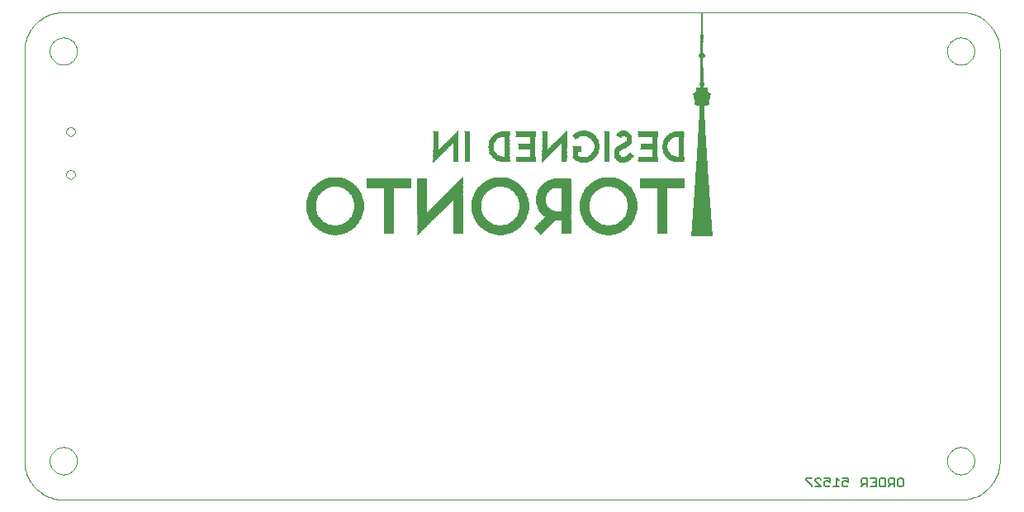
<source format=gbo>
G75*
G70*
%OFA0B0*%
%FSLAX24Y24*%
%IPPOS*%
%LPD*%
%AMOC8*
5,1,8,0,0,1.08239X$1,22.5*
%
%ADD10C,0.0000*%
%ADD11C,0.0050*%
%ADD12R,0.0850X0.0010*%
%ADD13R,0.0840X0.0010*%
%ADD14R,0.0010X0.0010*%
%ADD15R,0.0170X0.0010*%
%ADD16R,0.0020X0.0010*%
%ADD17R,0.0140X0.0010*%
%ADD18R,0.0180X0.0010*%
%ADD19R,0.0380X0.0010*%
%ADD20R,0.0040X0.0010*%
%ADD21R,0.0030X0.0010*%
%ADD22R,0.0370X0.0010*%
%ADD23R,0.0460X0.0010*%
%ADD24R,0.0060X0.0010*%
%ADD25R,0.0490X0.0010*%
%ADD26R,0.0480X0.0010*%
%ADD27R,0.0580X0.0010*%
%ADD28R,0.0080X0.0010*%
%ADD29R,0.0560X0.0010*%
%ADD30R,0.0050X0.0010*%
%ADD31R,0.0650X0.0010*%
%ADD32R,0.0100X0.0010*%
%ADD33R,0.0710X0.0010*%
%ADD34R,0.0120X0.0010*%
%ADD35R,0.0070X0.0010*%
%ADD36R,0.0720X0.0010*%
%ADD37R,0.0770X0.0010*%
%ADD38R,0.0830X0.0010*%
%ADD39R,0.0160X0.0010*%
%ADD40R,0.0390X0.0010*%
%ADD41R,0.0090X0.0010*%
%ADD42R,0.0870X0.0010*%
%ADD43R,0.0880X0.0010*%
%ADD44R,0.0110X0.0010*%
%ADD45R,0.0930X0.0010*%
%ADD46R,0.0200X0.0010*%
%ADD47R,0.0820X0.0010*%
%ADD48R,0.0970X0.0010*%
%ADD49R,0.0220X0.0010*%
%ADD50R,0.1010X0.0010*%
%ADD51R,0.0240X0.0010*%
%ADD52R,0.0130X0.0010*%
%ADD53R,0.1020X0.0010*%
%ADD54R,0.1050X0.0010*%
%ADD55R,0.0260X0.0010*%
%ADD56R,0.1090X0.0010*%
%ADD57R,0.0280X0.0010*%
%ADD58R,0.0150X0.0010*%
%ADD59R,0.1130X0.0010*%
%ADD60R,0.0300X0.0010*%
%ADD61R,0.1170X0.0010*%
%ADD62R,0.0320X0.0010*%
%ADD63R,0.1200X0.0010*%
%ADD64R,0.0340X0.0010*%
%ADD65R,0.1230X0.0010*%
%ADD66R,0.0360X0.0010*%
%ADD67R,0.0190X0.0010*%
%ADD68R,0.1270X0.0010*%
%ADD69R,0.1290X0.0010*%
%ADD70R,0.0400X0.0010*%
%ADD71R,0.0210X0.0010*%
%ADD72R,0.1330X0.0010*%
%ADD73R,0.0420X0.0010*%
%ADD74R,0.1320X0.0010*%
%ADD75R,0.1350X0.0010*%
%ADD76R,0.0440X0.0010*%
%ADD77R,0.1380X0.0010*%
%ADD78R,0.1370X0.0010*%
%ADD79R,0.1410X0.0010*%
%ADD80R,0.0250X0.0010*%
%ADD81R,0.0800X0.0010*%
%ADD82R,0.1430X0.0010*%
%ADD83R,0.0500X0.0010*%
%ADD84R,0.1460X0.0010*%
%ADD85R,0.0520X0.0010*%
%ADD86R,0.0270X0.0010*%
%ADD87R,0.0810X0.0010*%
%ADD88R,0.1490X0.0010*%
%ADD89R,0.0530X0.0010*%
%ADD90R,0.0290X0.0010*%
%ADD91R,0.1510X0.0010*%
%ADD92R,0.0540X0.0010*%
%ADD93R,0.1530X0.0010*%
%ADD94R,0.1550X0.0010*%
%ADD95R,0.0310X0.0010*%
%ADD96R,0.1580X0.0010*%
%ADD97R,0.1570X0.0010*%
%ADD98R,0.1590X0.0010*%
%ADD99R,0.0330X0.0010*%
%ADD100R,0.1610X0.0010*%
%ADD101R,0.1630X0.0010*%
%ADD102R,0.1640X0.0010*%
%ADD103R,0.1660X0.0010*%
%ADD104R,0.1650X0.0010*%
%ADD105R,0.1680X0.0010*%
%ADD106R,0.1670X0.0010*%
%ADD107R,0.0790X0.0010*%
%ADD108R,0.0740X0.0010*%
%ADD109R,0.0760X0.0010*%
%ADD110R,0.0780X0.0010*%
%ADD111R,0.0700X0.0010*%
%ADD112R,0.0670X0.0010*%
%ADD113R,0.0680X0.0010*%
%ADD114R,0.0410X0.0010*%
%ADD115R,0.0640X0.0010*%
%ADD116R,0.0630X0.0010*%
%ADD117R,0.0430X0.0010*%
%ADD118R,0.0610X0.0010*%
%ADD119R,0.0620X0.0010*%
%ADD120R,0.0600X0.0010*%
%ADD121R,0.0590X0.0010*%
%ADD122R,0.0570X0.0010*%
%ADD123R,0.0550X0.0010*%
%ADD124R,0.0510X0.0010*%
%ADD125R,0.0470X0.0010*%
%ADD126R,0.1150X0.0010*%
%ADD127R,0.1140X0.0010*%
%ADD128R,0.0450X0.0010*%
%ADD129R,0.1120X0.0010*%
%ADD130R,0.1110X0.0010*%
%ADD131R,0.0660X0.0010*%
%ADD132R,0.0750X0.0010*%
%ADD133R,0.1100X0.0010*%
%ADD134R,0.0690X0.0010*%
%ADD135R,0.1070X0.0010*%
%ADD136R,0.1060X0.0010*%
%ADD137R,0.0730X0.0010*%
%ADD138R,0.1030X0.0010*%
%ADD139R,0.1040X0.0010*%
%ADD140R,0.1080X0.0010*%
%ADD141R,0.1160X0.0010*%
%ADD142R,0.1190X0.0010*%
%ADD143R,0.0860X0.0010*%
%ADD144R,0.0900X0.0010*%
%ADD145R,0.1210X0.0010*%
%ADD146R,0.1220X0.0010*%
%ADD147R,0.0910X0.0010*%
%ADD148R,0.1240X0.0010*%
%ADD149R,0.1250X0.0010*%
%ADD150R,0.0920X0.0010*%
%ADD151R,0.0890X0.0010*%
%ADD152R,0.1780X0.0010*%
%ADD153R,0.1790X0.0010*%
%ADD154R,0.1770X0.0010*%
%ADD155R,0.0350X0.0010*%
%ADD156R,0.1180X0.0010*%
%ADD157R,0.1620X0.0010*%
%ADD158R,0.1600X0.0010*%
%ADD159R,0.1390X0.0010*%
%ADD160R,0.1000X0.0010*%
%ADD161R,0.0990X0.0010*%
%ADD162R,0.0960X0.0010*%
%ADD163R,0.0940X0.0010*%
%ADD164R,0.0230X0.0010*%
%ADD165R,0.0110X0.0750*%
%ADD166R,0.0080X0.0910*%
D10*
X002240Y000665D02*
X038460Y000665D01*
X037909Y002240D02*
X037911Y002287D01*
X037917Y002333D01*
X037927Y002379D01*
X037940Y002424D01*
X037958Y002467D01*
X037979Y002509D01*
X038003Y002549D01*
X038031Y002586D01*
X038062Y002621D01*
X038096Y002654D01*
X038132Y002683D01*
X038171Y002709D01*
X038212Y002732D01*
X038255Y002751D01*
X038299Y002767D01*
X038344Y002779D01*
X038390Y002787D01*
X038437Y002791D01*
X038483Y002791D01*
X038530Y002787D01*
X038576Y002779D01*
X038621Y002767D01*
X038665Y002751D01*
X038708Y002732D01*
X038749Y002709D01*
X038788Y002683D01*
X038824Y002654D01*
X038858Y002621D01*
X038889Y002586D01*
X038917Y002549D01*
X038941Y002509D01*
X038962Y002467D01*
X038980Y002424D01*
X038993Y002379D01*
X039003Y002333D01*
X039009Y002287D01*
X039011Y002240D01*
X039009Y002193D01*
X039003Y002147D01*
X038993Y002101D01*
X038980Y002056D01*
X038962Y002013D01*
X038941Y001971D01*
X038917Y001931D01*
X038889Y001894D01*
X038858Y001859D01*
X038824Y001826D01*
X038788Y001797D01*
X038749Y001771D01*
X038708Y001748D01*
X038665Y001729D01*
X038621Y001713D01*
X038576Y001701D01*
X038530Y001693D01*
X038483Y001689D01*
X038437Y001689D01*
X038390Y001693D01*
X038344Y001701D01*
X038299Y001713D01*
X038255Y001729D01*
X038212Y001748D01*
X038171Y001771D01*
X038132Y001797D01*
X038096Y001826D01*
X038062Y001859D01*
X038031Y001894D01*
X038003Y001931D01*
X037979Y001971D01*
X037958Y002013D01*
X037940Y002056D01*
X037927Y002101D01*
X037917Y002147D01*
X037911Y002193D01*
X037909Y002240D01*
X038460Y000665D02*
X038537Y000667D01*
X038614Y000673D01*
X038691Y000682D01*
X038767Y000695D01*
X038843Y000712D01*
X038917Y000733D01*
X038991Y000757D01*
X039063Y000785D01*
X039133Y000816D01*
X039202Y000851D01*
X039270Y000889D01*
X039335Y000930D01*
X039398Y000975D01*
X039459Y001023D01*
X039518Y001073D01*
X039574Y001126D01*
X039627Y001182D01*
X039677Y001241D01*
X039725Y001302D01*
X039770Y001365D01*
X039811Y001430D01*
X039849Y001498D01*
X039884Y001567D01*
X039915Y001637D01*
X039943Y001709D01*
X039967Y001783D01*
X039988Y001857D01*
X040005Y001933D01*
X040018Y002009D01*
X040027Y002086D01*
X040033Y002163D01*
X040035Y002240D01*
X040035Y018775D01*
X037909Y018775D02*
X037911Y018822D01*
X037917Y018868D01*
X037927Y018914D01*
X037940Y018959D01*
X037958Y019002D01*
X037979Y019044D01*
X038003Y019084D01*
X038031Y019121D01*
X038062Y019156D01*
X038096Y019189D01*
X038132Y019218D01*
X038171Y019244D01*
X038212Y019267D01*
X038255Y019286D01*
X038299Y019302D01*
X038344Y019314D01*
X038390Y019322D01*
X038437Y019326D01*
X038483Y019326D01*
X038530Y019322D01*
X038576Y019314D01*
X038621Y019302D01*
X038665Y019286D01*
X038708Y019267D01*
X038749Y019244D01*
X038788Y019218D01*
X038824Y019189D01*
X038858Y019156D01*
X038889Y019121D01*
X038917Y019084D01*
X038941Y019044D01*
X038962Y019002D01*
X038980Y018959D01*
X038993Y018914D01*
X039003Y018868D01*
X039009Y018822D01*
X039011Y018775D01*
X039009Y018728D01*
X039003Y018682D01*
X038993Y018636D01*
X038980Y018591D01*
X038962Y018548D01*
X038941Y018506D01*
X038917Y018466D01*
X038889Y018429D01*
X038858Y018394D01*
X038824Y018361D01*
X038788Y018332D01*
X038749Y018306D01*
X038708Y018283D01*
X038665Y018264D01*
X038621Y018248D01*
X038576Y018236D01*
X038530Y018228D01*
X038483Y018224D01*
X038437Y018224D01*
X038390Y018228D01*
X038344Y018236D01*
X038299Y018248D01*
X038255Y018264D01*
X038212Y018283D01*
X038171Y018306D01*
X038132Y018332D01*
X038096Y018361D01*
X038062Y018394D01*
X038031Y018429D01*
X038003Y018466D01*
X037979Y018506D01*
X037958Y018548D01*
X037940Y018591D01*
X037927Y018636D01*
X037917Y018682D01*
X037911Y018728D01*
X037909Y018775D01*
X038460Y020350D02*
X038537Y020348D01*
X038614Y020342D01*
X038691Y020333D01*
X038767Y020320D01*
X038843Y020303D01*
X038917Y020282D01*
X038991Y020258D01*
X039063Y020230D01*
X039133Y020199D01*
X039202Y020164D01*
X039270Y020126D01*
X039335Y020085D01*
X039398Y020040D01*
X039459Y019992D01*
X039518Y019942D01*
X039574Y019889D01*
X039627Y019833D01*
X039677Y019774D01*
X039725Y019713D01*
X039770Y019650D01*
X039811Y019585D01*
X039849Y019517D01*
X039884Y019448D01*
X039915Y019378D01*
X039943Y019306D01*
X039967Y019232D01*
X039988Y019158D01*
X040005Y019082D01*
X040018Y019006D01*
X040027Y018929D01*
X040033Y018852D01*
X040035Y018775D01*
X038460Y020350D02*
X002240Y020350D01*
X001689Y018775D02*
X001691Y018822D01*
X001697Y018868D01*
X001707Y018914D01*
X001720Y018959D01*
X001738Y019002D01*
X001759Y019044D01*
X001783Y019084D01*
X001811Y019121D01*
X001842Y019156D01*
X001876Y019189D01*
X001912Y019218D01*
X001951Y019244D01*
X001992Y019267D01*
X002035Y019286D01*
X002079Y019302D01*
X002124Y019314D01*
X002170Y019322D01*
X002217Y019326D01*
X002263Y019326D01*
X002310Y019322D01*
X002356Y019314D01*
X002401Y019302D01*
X002445Y019286D01*
X002488Y019267D01*
X002529Y019244D01*
X002568Y019218D01*
X002604Y019189D01*
X002638Y019156D01*
X002669Y019121D01*
X002697Y019084D01*
X002721Y019044D01*
X002742Y019002D01*
X002760Y018959D01*
X002773Y018914D01*
X002783Y018868D01*
X002789Y018822D01*
X002791Y018775D01*
X002789Y018728D01*
X002783Y018682D01*
X002773Y018636D01*
X002760Y018591D01*
X002742Y018548D01*
X002721Y018506D01*
X002697Y018466D01*
X002669Y018429D01*
X002638Y018394D01*
X002604Y018361D01*
X002568Y018332D01*
X002529Y018306D01*
X002488Y018283D01*
X002445Y018264D01*
X002401Y018248D01*
X002356Y018236D01*
X002310Y018228D01*
X002263Y018224D01*
X002217Y018224D01*
X002170Y018228D01*
X002124Y018236D01*
X002079Y018248D01*
X002035Y018264D01*
X001992Y018283D01*
X001951Y018306D01*
X001912Y018332D01*
X001876Y018361D01*
X001842Y018394D01*
X001811Y018429D01*
X001783Y018466D01*
X001759Y018506D01*
X001738Y018548D01*
X001720Y018591D01*
X001707Y018636D01*
X001697Y018682D01*
X001691Y018728D01*
X001689Y018775D01*
X000665Y018775D02*
X000667Y018852D01*
X000673Y018929D01*
X000682Y019006D01*
X000695Y019082D01*
X000712Y019158D01*
X000733Y019232D01*
X000757Y019306D01*
X000785Y019378D01*
X000816Y019448D01*
X000851Y019517D01*
X000889Y019585D01*
X000930Y019650D01*
X000975Y019713D01*
X001023Y019774D01*
X001073Y019833D01*
X001126Y019889D01*
X001182Y019942D01*
X001241Y019992D01*
X001302Y020040D01*
X001365Y020085D01*
X001430Y020126D01*
X001498Y020164D01*
X001567Y020199D01*
X001637Y020230D01*
X001709Y020258D01*
X001783Y020282D01*
X001857Y020303D01*
X001933Y020320D01*
X002009Y020333D01*
X002086Y020342D01*
X002163Y020348D01*
X002240Y020350D01*
X000665Y018775D02*
X000665Y002240D01*
X001689Y002240D02*
X001691Y002287D01*
X001697Y002333D01*
X001707Y002379D01*
X001720Y002424D01*
X001738Y002467D01*
X001759Y002509D01*
X001783Y002549D01*
X001811Y002586D01*
X001842Y002621D01*
X001876Y002654D01*
X001912Y002683D01*
X001951Y002709D01*
X001992Y002732D01*
X002035Y002751D01*
X002079Y002767D01*
X002124Y002779D01*
X002170Y002787D01*
X002217Y002791D01*
X002263Y002791D01*
X002310Y002787D01*
X002356Y002779D01*
X002401Y002767D01*
X002445Y002751D01*
X002488Y002732D01*
X002529Y002709D01*
X002568Y002683D01*
X002604Y002654D01*
X002638Y002621D01*
X002669Y002586D01*
X002697Y002549D01*
X002721Y002509D01*
X002742Y002467D01*
X002760Y002424D01*
X002773Y002379D01*
X002783Y002333D01*
X002789Y002287D01*
X002791Y002240D01*
X002789Y002193D01*
X002783Y002147D01*
X002773Y002101D01*
X002760Y002056D01*
X002742Y002013D01*
X002721Y001971D01*
X002697Y001931D01*
X002669Y001894D01*
X002638Y001859D01*
X002604Y001826D01*
X002568Y001797D01*
X002529Y001771D01*
X002488Y001748D01*
X002445Y001729D01*
X002401Y001713D01*
X002356Y001701D01*
X002310Y001693D01*
X002263Y001689D01*
X002217Y001689D01*
X002170Y001693D01*
X002124Y001701D01*
X002079Y001713D01*
X002035Y001729D01*
X001992Y001748D01*
X001951Y001771D01*
X001912Y001797D01*
X001876Y001826D01*
X001842Y001859D01*
X001811Y001894D01*
X001783Y001931D01*
X001759Y001971D01*
X001738Y002013D01*
X001720Y002056D01*
X001707Y002101D01*
X001697Y002147D01*
X001691Y002193D01*
X001689Y002240D01*
X000665Y002240D02*
X000667Y002163D01*
X000673Y002086D01*
X000682Y002009D01*
X000695Y001933D01*
X000712Y001857D01*
X000733Y001783D01*
X000757Y001709D01*
X000785Y001637D01*
X000816Y001567D01*
X000851Y001498D01*
X000889Y001430D01*
X000930Y001365D01*
X000975Y001302D01*
X001023Y001241D01*
X001073Y001182D01*
X001126Y001126D01*
X001182Y001073D01*
X001241Y001023D01*
X001302Y000975D01*
X001365Y000930D01*
X001430Y000889D01*
X001498Y000851D01*
X001567Y000816D01*
X001637Y000785D01*
X001709Y000757D01*
X001783Y000733D01*
X001857Y000712D01*
X001933Y000695D01*
X002009Y000682D01*
X002086Y000673D01*
X002163Y000667D01*
X002240Y000665D01*
X002355Y013799D02*
X002357Y013825D01*
X002363Y013851D01*
X002373Y013876D01*
X002386Y013899D01*
X002402Y013919D01*
X002422Y013937D01*
X002444Y013952D01*
X002467Y013964D01*
X002493Y013972D01*
X002519Y013976D01*
X002545Y013976D01*
X002571Y013972D01*
X002597Y013964D01*
X002621Y013952D01*
X002642Y013937D01*
X002662Y013919D01*
X002678Y013899D01*
X002691Y013876D01*
X002701Y013851D01*
X002707Y013825D01*
X002709Y013799D01*
X002707Y013773D01*
X002701Y013747D01*
X002691Y013722D01*
X002678Y013699D01*
X002662Y013679D01*
X002642Y013661D01*
X002620Y013646D01*
X002597Y013634D01*
X002571Y013626D01*
X002545Y013622D01*
X002519Y013622D01*
X002493Y013626D01*
X002467Y013634D01*
X002443Y013646D01*
X002422Y013661D01*
X002402Y013679D01*
X002386Y013699D01*
X002373Y013722D01*
X002363Y013747D01*
X002357Y013773D01*
X002355Y013799D01*
X002355Y015531D02*
X002357Y015557D01*
X002363Y015583D01*
X002373Y015608D01*
X002386Y015631D01*
X002402Y015651D01*
X002422Y015669D01*
X002444Y015684D01*
X002467Y015696D01*
X002493Y015704D01*
X002519Y015708D01*
X002545Y015708D01*
X002571Y015704D01*
X002597Y015696D01*
X002621Y015684D01*
X002642Y015669D01*
X002662Y015651D01*
X002678Y015631D01*
X002691Y015608D01*
X002701Y015583D01*
X002707Y015557D01*
X002709Y015531D01*
X002707Y015505D01*
X002701Y015479D01*
X002691Y015454D01*
X002678Y015431D01*
X002662Y015411D01*
X002642Y015393D01*
X002620Y015378D01*
X002597Y015366D01*
X002571Y015358D01*
X002545Y015354D01*
X002519Y015354D01*
X002493Y015358D01*
X002467Y015366D01*
X002443Y015378D01*
X002422Y015393D01*
X002402Y015411D01*
X002386Y015431D01*
X002373Y015454D01*
X002363Y015479D01*
X002357Y015505D01*
X002355Y015531D01*
D11*
X032224Y001540D02*
X032224Y001482D01*
X032457Y001249D01*
X032457Y001190D01*
X032592Y001190D02*
X032825Y001190D01*
X032592Y001424D01*
X032592Y001482D01*
X032650Y001540D01*
X032767Y001540D01*
X032825Y001482D01*
X032960Y001540D02*
X033194Y001540D01*
X033194Y001365D01*
X033077Y001424D01*
X033019Y001424D01*
X032960Y001365D01*
X032960Y001249D01*
X033019Y001190D01*
X033135Y001190D01*
X033194Y001249D01*
X033329Y001190D02*
X033562Y001190D01*
X033445Y001190D02*
X033445Y001540D01*
X033562Y001424D01*
X033697Y001365D02*
X033697Y001249D01*
X033755Y001190D01*
X033872Y001190D01*
X033930Y001249D01*
X033930Y001365D02*
X033814Y001424D01*
X033755Y001424D01*
X033697Y001365D01*
X033697Y001540D02*
X033930Y001540D01*
X033930Y001365D01*
X034433Y001365D02*
X034492Y001307D01*
X034667Y001307D01*
X034550Y001307D02*
X034433Y001190D01*
X034433Y001365D02*
X034433Y001482D01*
X034492Y001540D01*
X034667Y001540D01*
X034667Y001190D01*
X034802Y001190D02*
X035035Y001190D01*
X035035Y001540D01*
X034802Y001540D01*
X034919Y001365D02*
X035035Y001365D01*
X035170Y001249D02*
X035170Y001482D01*
X035228Y001540D01*
X035404Y001540D01*
X035404Y001190D01*
X035228Y001190D01*
X035170Y001249D01*
X035538Y001190D02*
X035655Y001307D01*
X035597Y001307D02*
X035772Y001307D01*
X035772Y001190D02*
X035772Y001540D01*
X035597Y001540D01*
X035538Y001482D01*
X035538Y001365D01*
X035597Y001307D01*
X035907Y001249D02*
X035907Y001482D01*
X035965Y001540D01*
X036082Y001540D01*
X036140Y001482D01*
X036140Y001249D01*
X036082Y001190D01*
X035965Y001190D01*
X035907Y001249D01*
X032457Y001540D02*
X032224Y001540D01*
D12*
X028015Y011315D03*
X028025Y011325D03*
X028015Y011365D03*
X022305Y013555D03*
X016965Y012175D03*
X016955Y012165D03*
D13*
X017940Y012825D03*
X017940Y012835D03*
X023240Y014425D03*
X028020Y011465D03*
X028020Y011445D03*
X028020Y011425D03*
X028020Y011415D03*
X028020Y011405D03*
X028020Y011395D03*
X028020Y011385D03*
X028020Y011375D03*
X028020Y011355D03*
X028020Y011345D03*
X028020Y011335D03*
D14*
X026595Y011395D03*
X026275Y011395D03*
X024495Y011375D03*
X024365Y011355D03*
X024005Y011375D03*
X024175Y011715D03*
X022675Y011395D03*
X022265Y011925D03*
X022185Y011925D03*
X022105Y011925D03*
X022125Y012285D03*
X022145Y012285D03*
X022175Y012285D03*
X022205Y012285D03*
X022235Y012285D03*
X022255Y012285D03*
X022275Y012285D03*
X022305Y012285D03*
X022335Y012285D03*
X022265Y013245D03*
X022215Y013245D03*
X022045Y013225D03*
X022115Y013605D03*
X022165Y013605D03*
X022195Y013605D03*
X022235Y013605D03*
X022255Y013605D03*
X022275Y013605D03*
X022315Y013605D03*
X022345Y013605D03*
X022365Y013605D03*
X022385Y013605D03*
X022405Y013605D03*
X022445Y013605D03*
X022485Y013605D03*
X022555Y013605D03*
X022575Y013605D03*
X022615Y013605D03*
X022645Y013605D03*
X022665Y013605D03*
X022695Y013605D03*
X022715Y013605D03*
X023215Y014265D03*
X023255Y014265D03*
X023235Y014465D03*
X023135Y014705D03*
X023105Y014705D03*
X023055Y014705D03*
X023045Y014905D03*
X023065Y014905D03*
X023085Y014905D03*
X023105Y014905D03*
X023125Y014905D03*
X022935Y014905D03*
X022875Y014905D03*
X022815Y014905D03*
X023185Y015335D03*
X023285Y015335D03*
X023305Y015535D03*
X023365Y015525D03*
X023105Y015525D03*
X024245Y015505D03*
X024745Y015265D03*
X024865Y015325D03*
X024825Y015535D03*
X025525Y015505D03*
X025545Y015505D03*
X025685Y015505D03*
X025705Y015505D03*
X025845Y015505D03*
X025865Y015505D03*
X026005Y015505D03*
X026025Y015505D03*
X026165Y015505D03*
X026185Y015505D03*
X025675Y015305D03*
X025675Y015005D03*
X025655Y015005D03*
X025695Y015005D03*
X025715Y015005D03*
X025765Y015005D03*
X025825Y015005D03*
X025845Y015005D03*
X025895Y015005D03*
X025915Y015005D03*
X025935Y015005D03*
X025965Y015005D03*
X025915Y014805D03*
X025795Y014805D03*
X025675Y014805D03*
X025555Y014805D03*
X025565Y015005D03*
X025585Y015005D03*
X025605Y015005D03*
X024825Y014475D03*
X024825Y014265D03*
X024855Y014265D03*
X024445Y013645D03*
X024375Y013655D03*
X024355Y013655D03*
X025585Y013605D03*
X025605Y013605D03*
X025645Y013605D03*
X025665Y013605D03*
X025685Y013605D03*
X025725Y013605D03*
X025765Y013605D03*
X025785Y013605D03*
X025805Y013605D03*
X025825Y013605D03*
X025845Y013605D03*
X025875Y013605D03*
X025905Y013605D03*
X025925Y013605D03*
X025965Y013605D03*
X025985Y013605D03*
X026005Y013605D03*
X026045Y013605D03*
X026085Y013605D03*
X026105Y013605D03*
X026125Y013605D03*
X026145Y013605D03*
X026165Y013605D03*
X026195Y013605D03*
X026225Y013605D03*
X026245Y013605D03*
X026285Y013605D03*
X026305Y013605D03*
X026325Y013605D03*
X026365Y013605D03*
X026405Y013605D03*
X026425Y013605D03*
X026445Y013605D03*
X026465Y013605D03*
X026485Y013605D03*
X026515Y013605D03*
X026545Y013605D03*
X026565Y013605D03*
X026605Y013605D03*
X026625Y013605D03*
X026645Y013605D03*
X026685Y013605D03*
X026725Y013605D03*
X026795Y013605D03*
X026825Y013605D03*
X026845Y013605D03*
X026865Y013605D03*
X026885Y013605D03*
X026925Y013605D03*
X026965Y013605D03*
X027035Y013605D03*
X027055Y013605D03*
X027095Y013605D03*
X027125Y013605D03*
X027145Y013605D03*
X027175Y013605D03*
X027205Y013605D03*
X027275Y013605D03*
X027295Y013605D03*
X027175Y013245D03*
X026945Y013245D03*
X026785Y013245D03*
X026155Y013245D03*
X025975Y013245D03*
X025655Y013245D03*
X025545Y013245D03*
X026955Y014295D03*
X027015Y015305D03*
X026985Y015505D03*
X027125Y015505D03*
X027145Y015505D03*
X027245Y015505D03*
X027675Y017035D03*
X027905Y017385D03*
X027925Y017385D03*
X028345Y017035D03*
X028365Y017035D03*
X021725Y015505D03*
X021705Y015505D03*
X021285Y015505D03*
X020995Y015305D03*
X020925Y015305D03*
X020825Y015305D03*
X020825Y015505D03*
X020805Y015505D03*
X020745Y015505D03*
X020525Y015505D03*
X020525Y015305D03*
X020595Y015305D03*
X020255Y015505D03*
X019965Y015505D03*
X019935Y015505D03*
X019995Y015305D03*
X020625Y015005D03*
X020645Y015005D03*
X020725Y015005D03*
X020785Y015005D03*
X020805Y015005D03*
X020885Y015005D03*
X020945Y015005D03*
X020965Y015005D03*
X021015Y015005D03*
X021035Y015005D03*
X021055Y015005D03*
X021035Y014805D03*
X020995Y014805D03*
X020955Y014805D03*
X020835Y014805D03*
X020715Y014805D03*
X020695Y014805D03*
X020645Y014805D03*
X019935Y014495D03*
X019995Y013655D03*
X020075Y013645D03*
X019765Y013655D03*
X019735Y013655D03*
X019805Y013295D03*
X019965Y013295D03*
X021565Y014265D03*
X017375Y015505D03*
X017235Y015505D03*
X017185Y015505D03*
X016905Y013605D03*
X016885Y013605D03*
X016865Y013605D03*
X016835Y013605D03*
X016805Y013605D03*
X016785Y013605D03*
X016765Y013605D03*
X016745Y013605D03*
X016715Y013605D03*
X016645Y013605D03*
X016615Y013605D03*
X016565Y013605D03*
X016545Y013605D03*
X016265Y013605D03*
X016245Y013605D03*
X016225Y013605D03*
X016195Y013605D03*
X016165Y013605D03*
X016145Y013605D03*
X016125Y013605D03*
X016105Y013605D03*
X016075Y013605D03*
X016005Y013605D03*
X015975Y013605D03*
X015945Y013605D03*
X015925Y013605D03*
X015895Y013605D03*
X015855Y013605D03*
X015835Y013605D03*
X015765Y013605D03*
X015725Y013605D03*
X015685Y013605D03*
X015665Y013605D03*
X015645Y013605D03*
X015625Y013605D03*
X015595Y013605D03*
X015525Y013605D03*
X015495Y013605D03*
X015465Y013605D03*
X015445Y013605D03*
X015415Y013605D03*
X015375Y013605D03*
X015355Y013605D03*
X015285Y013605D03*
X015245Y013605D03*
X015205Y013605D03*
X015185Y013605D03*
X015165Y013605D03*
X015145Y013605D03*
X015115Y013605D03*
X015045Y013605D03*
X015015Y013605D03*
X014985Y013605D03*
X014965Y013605D03*
X014935Y013605D03*
X014895Y013605D03*
X014875Y013605D03*
X014805Y013605D03*
X014765Y013605D03*
X014725Y013605D03*
X014705Y013605D03*
X014685Y013605D03*
X014665Y013605D03*
X014635Y013605D03*
X014595Y013605D03*
X014575Y013605D03*
X014555Y013605D03*
X014535Y013245D03*
X014585Y013245D03*
X014695Y013245D03*
X014935Y013245D03*
X015145Y013245D03*
X015815Y013245D03*
X015905Y013245D03*
X016065Y013245D03*
X016265Y013245D03*
X013575Y013605D03*
X013505Y013625D03*
X013355Y013655D03*
X013075Y013655D03*
X013025Y011735D03*
X013135Y011715D03*
X013015Y011365D03*
X013095Y011355D03*
X013315Y011355D03*
X015205Y011395D03*
X015555Y011395D03*
X016545Y011345D03*
X018115Y011395D03*
X019815Y011715D03*
X019925Y011715D03*
X020015Y011725D03*
X020005Y011355D03*
X019985Y011355D03*
D15*
X016625Y011505D03*
X016615Y011495D03*
X018275Y013495D03*
X018285Y013505D03*
X021645Y014425D03*
X022475Y015365D03*
X018095Y015375D03*
X024255Y011355D03*
D16*
X024150Y011355D03*
X024330Y011715D03*
X022650Y011395D03*
X022430Y011395D03*
X022320Y011925D03*
X022290Y011925D03*
X022240Y011925D03*
X022210Y011925D03*
X022160Y011925D03*
X022130Y011925D03*
X021510Y011355D03*
X019800Y011355D03*
X019770Y011355D03*
X018350Y011395D03*
X018050Y011395D03*
X018010Y011395D03*
X016550Y011355D03*
X015530Y011395D03*
X015450Y011395D03*
X015410Y011395D03*
X015380Y011395D03*
X015230Y011395D03*
X013290Y011715D03*
X014510Y013245D03*
X014560Y013245D03*
X014610Y013245D03*
X014640Y013245D03*
X014670Y013245D03*
X014720Y013245D03*
X014750Y013245D03*
X014820Y013245D03*
X014850Y013245D03*
X014880Y013245D03*
X014910Y013245D03*
X014960Y013245D03*
X014990Y013245D03*
X015060Y013245D03*
X015090Y013245D03*
X015120Y013245D03*
X015170Y013245D03*
X015600Y013245D03*
X015630Y013245D03*
X015700Y013245D03*
X015730Y013245D03*
X015760Y013245D03*
X015790Y013245D03*
X015840Y013245D03*
X015930Y013245D03*
X015960Y013245D03*
X015990Y013245D03*
X016090Y013245D03*
X016120Y013245D03*
X016150Y013245D03*
X016180Y013245D03*
X016210Y013245D03*
X016240Y013245D03*
X016030Y013605D03*
X015790Y013605D03*
X015550Y013605D03*
X015310Y013605D03*
X015070Y013605D03*
X014830Y013605D03*
X014510Y013605D03*
X016670Y013605D03*
X017180Y014275D03*
X018350Y013645D03*
X018350Y013635D03*
X019930Y014295D03*
X020790Y014805D03*
X020910Y014805D03*
X020860Y015005D03*
X020830Y015005D03*
X020700Y015005D03*
X020670Y015005D03*
X020990Y015005D03*
X020990Y015505D03*
X021070Y015505D03*
X021190Y015505D03*
X021220Y015505D03*
X021570Y015505D03*
X021610Y015505D03*
X021640Y015505D03*
X021750Y015505D03*
X022550Y015515D03*
X022560Y015525D03*
X022930Y015215D03*
X022910Y014905D03*
X022850Y014905D03*
X022970Y014905D03*
X023010Y014905D03*
X024130Y015505D03*
X024270Y015505D03*
X025460Y015505D03*
X025570Y015505D03*
X025730Y015505D03*
X025890Y015505D03*
X026050Y015505D03*
X026210Y015505D03*
X025990Y015005D03*
X025870Y015005D03*
X025740Y015005D03*
X025630Y015005D03*
X025630Y014805D03*
X025750Y014805D03*
X025870Y014805D03*
X025990Y014805D03*
X025110Y014635D03*
X024850Y014475D03*
X024130Y013655D03*
X025550Y013605D03*
X025570Y013245D03*
X025600Y013245D03*
X025630Y013245D03*
X025680Y013245D03*
X025710Y013245D03*
X025860Y013245D03*
X025890Y013245D03*
X025920Y013245D03*
X025950Y013245D03*
X026000Y013245D03*
X026030Y013245D03*
X026640Y013245D03*
X026670Y013245D03*
X026810Y013245D03*
X026840Y013245D03*
X026870Y013245D03*
X026970Y013245D03*
X027000Y013245D03*
X027030Y013245D03*
X027060Y013245D03*
X027090Y013245D03*
X027120Y013245D03*
X027150Y013245D03*
X027200Y013245D03*
X027230Y013245D03*
X027300Y013245D03*
X027230Y013605D03*
X026990Y013605D03*
X026750Y013605D03*
X027010Y015505D03*
X027170Y015505D03*
X027270Y015505D03*
X028110Y017385D03*
X021570Y014285D03*
X021570Y014275D03*
X022510Y013605D03*
X022320Y013245D03*
X022290Y013245D03*
X022240Y013245D03*
X022190Y013245D03*
X022160Y013245D03*
X020850Y015505D03*
X020590Y015505D03*
X020230Y015505D03*
X020110Y015505D03*
X020030Y015505D03*
X018590Y015505D03*
X018450Y015505D03*
X018170Y015525D03*
X017350Y015505D03*
X017210Y015505D03*
X026250Y011395D03*
X026490Y011395D03*
X026530Y011395D03*
D17*
X021510Y011415D03*
X019890Y011355D03*
X016610Y011475D03*
X018290Y013515D03*
X018290Y013525D03*
X017240Y014395D03*
X018100Y015395D03*
X018110Y015405D03*
X021630Y014395D03*
X022490Y015395D03*
X022500Y015405D03*
X025130Y014585D03*
X028010Y017275D03*
X028010Y017385D03*
D18*
X028010Y016545D03*
X028010Y016515D03*
X028010Y016485D03*
X024860Y015525D03*
X025130Y014575D03*
X022940Y015285D03*
X022480Y015375D03*
X022470Y015355D03*
X021650Y014435D03*
X018270Y013485D03*
X018270Y013475D03*
X017260Y014435D03*
X018080Y015355D03*
X018090Y015365D03*
X016630Y011515D03*
X013210Y011355D03*
X021510Y011435D03*
X028010Y018515D03*
D19*
X022370Y015155D03*
X021750Y014635D03*
X023240Y014295D03*
X023520Y014475D03*
X024920Y014985D03*
X026430Y013235D03*
X026430Y013205D03*
X026430Y013195D03*
X026430Y013175D03*
X026430Y013165D03*
X026430Y013145D03*
X026430Y013135D03*
X026420Y013125D03*
X026430Y013115D03*
X026430Y013105D03*
X026430Y013095D03*
X026430Y013085D03*
X026430Y013075D03*
X026430Y013065D03*
X026420Y013055D03*
X026430Y013045D03*
X026430Y013035D03*
X026430Y013025D03*
X026430Y013015D03*
X026420Y013005D03*
X026430Y012995D03*
X026430Y012985D03*
X026430Y012975D03*
X026430Y012965D03*
X026430Y012955D03*
X026430Y012945D03*
X026420Y012935D03*
X026430Y012925D03*
X026430Y012915D03*
X026430Y012905D03*
X026430Y012895D03*
X026430Y012885D03*
X026430Y012865D03*
X026430Y012855D03*
X026430Y012845D03*
X026430Y012835D03*
X026430Y012825D03*
X026420Y012815D03*
X026430Y012805D03*
X026430Y012795D03*
X026430Y012785D03*
X026430Y012755D03*
X026430Y012745D03*
X026430Y012725D03*
X026430Y012715D03*
X026430Y012705D03*
X026420Y012695D03*
X026430Y012685D03*
X026430Y012675D03*
X026430Y012665D03*
X026430Y012655D03*
X026430Y012625D03*
X026430Y012615D03*
X026430Y012595D03*
X026430Y012585D03*
X026430Y012565D03*
X026430Y012555D03*
X026430Y012545D03*
X026430Y012515D03*
X026430Y012505D03*
X026430Y012485D03*
X026430Y012475D03*
X026430Y012465D03*
X026430Y012435D03*
X026430Y012425D03*
X026430Y012415D03*
X026430Y012405D03*
X026430Y012395D03*
X026430Y012385D03*
X026430Y012365D03*
X026430Y012355D03*
X026430Y012345D03*
X026430Y012325D03*
X026430Y012305D03*
X026430Y012275D03*
X026430Y012265D03*
X026430Y012245D03*
X026430Y012235D03*
X026430Y012225D03*
X026420Y012215D03*
X026430Y012205D03*
X026430Y012195D03*
X026430Y012185D03*
X026420Y012175D03*
X026430Y012165D03*
X026430Y012155D03*
X026430Y012145D03*
X026430Y012115D03*
X026430Y012105D03*
X026430Y012085D03*
X026430Y012075D03*
X026430Y012065D03*
X026420Y012055D03*
X026430Y012045D03*
X026430Y012035D03*
X026430Y012025D03*
X026430Y012015D03*
X026430Y011985D03*
X026430Y011975D03*
X026430Y011955D03*
X026430Y011945D03*
X026430Y011925D03*
X026430Y011915D03*
X026430Y011905D03*
X026430Y011875D03*
X026430Y011865D03*
X026430Y011845D03*
X026430Y011835D03*
X026430Y011825D03*
X026430Y011795D03*
X026430Y011785D03*
X026430Y011775D03*
X026430Y011765D03*
X026430Y011755D03*
X026430Y011745D03*
X026430Y011725D03*
X026430Y011715D03*
X026430Y011705D03*
X026430Y011685D03*
X026430Y011665D03*
X026430Y011635D03*
X026430Y011625D03*
X026430Y011605D03*
X026430Y011595D03*
X026430Y011585D03*
X026420Y011575D03*
X026430Y011565D03*
X026430Y011555D03*
X026430Y011545D03*
X026420Y011535D03*
X026430Y011525D03*
X026430Y011515D03*
X026430Y011505D03*
X026430Y011475D03*
X026430Y011465D03*
X026430Y011445D03*
X026430Y011435D03*
X026430Y011425D03*
X026420Y011415D03*
X026430Y011405D03*
X025200Y012335D03*
X025210Y012395D03*
X025210Y012405D03*
X025210Y012415D03*
X025210Y012435D03*
X025210Y012455D03*
X025220Y012485D03*
X025210Y012505D03*
X025220Y012515D03*
X025210Y012545D03*
X025210Y012575D03*
X025210Y012595D03*
X025210Y012605D03*
X025210Y012615D03*
X025200Y012675D03*
X023280Y012625D03*
X023280Y012595D03*
X023280Y012575D03*
X023280Y012565D03*
X023280Y012535D03*
X023280Y012495D03*
X023280Y012455D03*
X023280Y012445D03*
X023280Y012415D03*
X023280Y012405D03*
X023280Y012385D03*
X023290Y012355D03*
X023290Y012335D03*
X022550Y012355D03*
X022540Y012365D03*
X022540Y012375D03*
X022540Y012395D03*
X022550Y012415D03*
X022540Y012425D03*
X022540Y012435D03*
X022550Y012445D03*
X022550Y012455D03*
X022540Y012465D03*
X022540Y012505D03*
X022540Y012535D03*
X022550Y012545D03*
X022540Y012555D03*
X022540Y012565D03*
X022540Y012575D03*
X022550Y012585D03*
X022540Y012595D03*
X022540Y012605D03*
X022540Y012645D03*
X022540Y012655D03*
X022550Y012665D03*
X022540Y012675D03*
X022540Y012685D03*
X022550Y012695D03*
X022540Y012705D03*
X022550Y012735D03*
X022540Y012745D03*
X022540Y012775D03*
X022540Y012795D03*
X022550Y012805D03*
X022540Y012825D03*
X022540Y012875D03*
X022540Y012905D03*
X022540Y012915D03*
X022550Y012925D03*
X022550Y012935D03*
X022540Y012945D03*
X022550Y012995D03*
X022540Y013005D03*
X022540Y013015D03*
X022550Y013025D03*
X022540Y013035D03*
X022540Y013045D03*
X022540Y013055D03*
X022550Y013065D03*
X022540Y013075D03*
X022540Y013085D03*
X022540Y013125D03*
X022540Y013135D03*
X022550Y013145D03*
X022540Y013155D03*
X022540Y013165D03*
X022540Y013185D03*
X022540Y013235D03*
X021520Y012875D03*
X021520Y012835D03*
X021510Y012815D03*
X021510Y012795D03*
X021510Y012785D03*
X021510Y012755D03*
X021510Y012745D03*
X021510Y012725D03*
X021520Y012685D03*
X021520Y012665D03*
X020840Y012625D03*
X020840Y012615D03*
X020840Y012605D03*
X020840Y012595D03*
X020840Y012575D03*
X020840Y012535D03*
X020850Y012525D03*
X020850Y012505D03*
X020840Y012495D03*
X020840Y012435D03*
X020840Y012425D03*
X020840Y012405D03*
X020840Y012395D03*
X020840Y012385D03*
X020830Y012345D03*
X020830Y012665D03*
X022540Y012335D03*
X022550Y012305D03*
X022540Y012295D03*
X022540Y011915D03*
X022540Y011885D03*
X022550Y011875D03*
X022540Y011855D03*
X022550Y011845D03*
X022540Y011835D03*
X022540Y011785D03*
X022540Y011745D03*
X022550Y011735D03*
X022540Y011715D03*
X022540Y011665D03*
X022540Y011635D03*
X022540Y011595D03*
X022540Y011555D03*
X022540Y011525D03*
X022540Y011515D03*
X022550Y011505D03*
X022540Y011495D03*
X022540Y011485D03*
X022540Y011455D03*
X022540Y011435D03*
X022550Y011425D03*
X022540Y011415D03*
X022540Y011405D03*
X021510Y011535D03*
X019880Y011365D03*
X018920Y012335D03*
X018910Y012385D03*
X018910Y012395D03*
X018910Y012425D03*
X018910Y012435D03*
X018910Y012445D03*
X018910Y012465D03*
X018910Y012505D03*
X018910Y012525D03*
X018910Y012545D03*
X018910Y012565D03*
X018910Y012575D03*
X018910Y012595D03*
X018910Y012605D03*
X018910Y012615D03*
X018920Y012665D03*
X018180Y012635D03*
X018170Y012625D03*
X018170Y012615D03*
X018170Y012595D03*
X018180Y012585D03*
X018170Y012575D03*
X018170Y012565D03*
X018170Y012555D03*
X018180Y012545D03*
X018170Y012535D03*
X018170Y012525D03*
X018170Y012505D03*
X018170Y012485D03*
X018170Y012455D03*
X018170Y012435D03*
X018180Y012425D03*
X018170Y012415D03*
X018170Y012405D03*
X018170Y012375D03*
X018170Y012335D03*
X018170Y012315D03*
X018170Y012255D03*
X018170Y012235D03*
X018170Y012205D03*
X018170Y012185D03*
X018170Y012145D03*
X018170Y012095D03*
X018170Y012075D03*
X018170Y012045D03*
X018170Y012035D03*
X018170Y012005D03*
X018180Y011995D03*
X018170Y011985D03*
X018170Y011975D03*
X018170Y011955D03*
X018180Y011945D03*
X018170Y011935D03*
X018170Y011925D03*
X018170Y011915D03*
X018180Y011905D03*
X018170Y011895D03*
X018170Y011885D03*
X018170Y011865D03*
X018170Y011845D03*
X018170Y011815D03*
X018170Y011795D03*
X018180Y011785D03*
X018170Y011775D03*
X018170Y011765D03*
X018170Y011735D03*
X018170Y011725D03*
X018170Y011705D03*
X018170Y011665D03*
X018170Y011615D03*
X018170Y011595D03*
X018170Y011565D03*
X018170Y011545D03*
X018170Y011505D03*
X018170Y011455D03*
X018170Y011435D03*
X018170Y011405D03*
X016730Y011705D03*
X016730Y011715D03*
X016730Y012245D03*
X016730Y012265D03*
X016730Y012275D03*
X016730Y012285D03*
X016730Y012305D03*
X016730Y012325D03*
X016730Y012345D03*
X016730Y012355D03*
X016730Y012365D03*
X016730Y012385D03*
X016730Y012395D03*
X016730Y012405D03*
X016730Y012425D03*
X016730Y012435D03*
X016730Y012445D03*
X016730Y012465D03*
X016730Y012475D03*
X016730Y012485D03*
X016720Y012495D03*
X016730Y012505D03*
X016730Y012515D03*
X016730Y012525D03*
X016730Y012545D03*
X016730Y012565D03*
X016730Y012585D03*
X016730Y012595D03*
X016730Y012605D03*
X016730Y012625D03*
X016730Y012635D03*
X016730Y012645D03*
X016730Y012665D03*
X016730Y012675D03*
X016730Y012685D03*
X016730Y012705D03*
X016730Y012715D03*
X016730Y012745D03*
X016730Y012765D03*
X016730Y012785D03*
X016730Y012795D03*
X016730Y012825D03*
X016730Y012845D03*
X016730Y012865D03*
X016730Y012875D03*
X016730Y012905D03*
X016730Y012925D03*
X016730Y012945D03*
X016730Y012955D03*
X016730Y012985D03*
X016730Y013005D03*
X016730Y013025D03*
X016730Y013035D03*
X016730Y013045D03*
X016730Y013065D03*
X016730Y013075D03*
X016730Y013085D03*
X016730Y013105D03*
X016730Y013115D03*
X016730Y013125D03*
X016720Y013135D03*
X016730Y013145D03*
X016730Y013155D03*
X016730Y013165D03*
X016730Y013185D03*
X016730Y013205D03*
X016730Y013225D03*
X016730Y013235D03*
X016730Y013245D03*
X016730Y013265D03*
X016730Y013275D03*
X016730Y013285D03*
X016730Y013305D03*
X016730Y013315D03*
X016730Y013325D03*
X016730Y013345D03*
X016730Y013355D03*
X016730Y013385D03*
X016730Y013405D03*
X016730Y013425D03*
X016730Y013435D03*
X016730Y013465D03*
X016730Y013485D03*
X016730Y013495D03*
X016730Y013505D03*
X016730Y013515D03*
X016730Y013525D03*
X016730Y013545D03*
X016730Y013555D03*
X016730Y013565D03*
X016730Y013585D03*
X015390Y013215D03*
X015390Y013195D03*
X015390Y013175D03*
X015390Y013165D03*
X015390Y013155D03*
X015390Y013145D03*
X015380Y013135D03*
X015390Y013125D03*
X015390Y013115D03*
X015390Y013105D03*
X015390Y013095D03*
X015380Y013085D03*
X015390Y013075D03*
X015390Y013065D03*
X015390Y013055D03*
X015390Y013045D03*
X015390Y013035D03*
X015390Y013025D03*
X015380Y013015D03*
X015390Y013005D03*
X015390Y012995D03*
X015390Y012985D03*
X015390Y012975D03*
X015390Y012945D03*
X015390Y012935D03*
X015390Y012925D03*
X015390Y012915D03*
X015390Y012905D03*
X015380Y012895D03*
X015390Y012885D03*
X015390Y012875D03*
X015390Y012865D03*
X015390Y012855D03*
X015380Y012845D03*
X015390Y012835D03*
X015390Y012825D03*
X015390Y012815D03*
X015390Y012805D03*
X015390Y012795D03*
X015390Y012785D03*
X015380Y012775D03*
X015390Y012765D03*
X015390Y012755D03*
X015390Y012745D03*
X015390Y012735D03*
X015390Y012705D03*
X015390Y012695D03*
X015390Y012685D03*
X015390Y012675D03*
X015390Y012665D03*
X015380Y012655D03*
X015390Y012645D03*
X015390Y012635D03*
X015390Y012625D03*
X015390Y012615D03*
X015380Y012605D03*
X015390Y012595D03*
X015390Y012585D03*
X015390Y012575D03*
X015390Y012565D03*
X015390Y012555D03*
X015390Y012545D03*
X015390Y012525D03*
X015390Y012515D03*
X015390Y012505D03*
X015390Y012485D03*
X015390Y012465D03*
X015390Y012445D03*
X015390Y012435D03*
X015390Y012425D03*
X015380Y012415D03*
X015390Y012405D03*
X015390Y012395D03*
X015390Y012385D03*
X015390Y012355D03*
X015390Y012345D03*
X015390Y012325D03*
X015390Y012315D03*
X015390Y012305D03*
X015380Y012295D03*
X015390Y012285D03*
X015390Y012275D03*
X015390Y012265D03*
X015390Y012245D03*
X015390Y012225D03*
X015390Y012205D03*
X015390Y012195D03*
X015390Y012185D03*
X015380Y012175D03*
X015390Y012165D03*
X015390Y012155D03*
X015390Y012145D03*
X015390Y012115D03*
X015390Y012105D03*
X015390Y012085D03*
X015390Y012075D03*
X015390Y012045D03*
X015390Y012035D03*
X015390Y012025D03*
X015390Y011995D03*
X015390Y011985D03*
X015390Y011965D03*
X015390Y011955D03*
X015390Y011945D03*
X015380Y011935D03*
X015390Y011925D03*
X015390Y011915D03*
X015390Y011905D03*
X015390Y011895D03*
X015390Y011875D03*
X015390Y011865D03*
X015390Y011845D03*
X015390Y011835D03*
X015390Y011825D03*
X015380Y011815D03*
X015390Y011805D03*
X015390Y011795D03*
X015390Y011785D03*
X015390Y011755D03*
X015390Y011735D03*
X015390Y011725D03*
X015390Y011715D03*
X015390Y011705D03*
X015380Y011695D03*
X015390Y011685D03*
X015390Y011675D03*
X015390Y011665D03*
X015390Y011635D03*
X015390Y011625D03*
X015390Y011605D03*
X015390Y011595D03*
X015390Y011585D03*
X015390Y011575D03*
X015390Y011565D03*
X015390Y011555D03*
X015390Y011545D03*
X015380Y011535D03*
X015390Y011525D03*
X015390Y011515D03*
X015390Y011505D03*
X015390Y011475D03*
X015390Y011465D03*
X015390Y011445D03*
X015390Y011435D03*
X015390Y011425D03*
X015380Y011415D03*
X015390Y011405D03*
X014170Y012385D03*
X014170Y012395D03*
X014170Y012405D03*
X014170Y012415D03*
X014170Y012435D03*
X014170Y012455D03*
X014180Y012465D03*
X014170Y012545D03*
X014170Y012555D03*
X014170Y012585D03*
X014170Y012595D03*
X014170Y012605D03*
X014170Y012615D03*
X014160Y012665D03*
X013210Y013645D03*
X012250Y012655D03*
X012240Y012615D03*
X012240Y012595D03*
X012240Y012585D03*
X012240Y012565D03*
X012240Y012535D03*
X012240Y012505D03*
X012240Y012445D03*
X012240Y012425D03*
X012240Y012415D03*
X012240Y012405D03*
X012240Y012385D03*
X012250Y012355D03*
X012250Y012335D03*
X017360Y014625D03*
X017360Y014635D03*
X017980Y015155D03*
X017990Y015165D03*
X018180Y013295D03*
X018170Y013285D03*
X018170Y012725D03*
X018170Y012715D03*
X018170Y012685D03*
X018170Y012675D03*
X018170Y012645D03*
X024250Y011365D03*
X028010Y014625D03*
X028010Y014665D03*
X028010Y014675D03*
X028010Y014685D03*
X028010Y014695D03*
X028010Y014705D03*
X028010Y014715D03*
X028010Y014725D03*
X028010Y014735D03*
X028010Y014745D03*
X028010Y014765D03*
X028010Y014785D03*
D20*
X026910Y013245D03*
X026750Y013245D03*
X026190Y013245D03*
X024740Y015275D03*
X022930Y015225D03*
X022540Y015495D03*
X021580Y014295D03*
X018340Y013625D03*
X017200Y014305D03*
X017190Y014295D03*
X018150Y015495D03*
X018160Y015505D03*
X016030Y013245D03*
X016560Y011375D03*
X021510Y011365D03*
D21*
X022385Y011395D03*
X022465Y011395D03*
X022505Y011395D03*
X022545Y011395D03*
X022715Y011395D03*
X025745Y013245D03*
X025785Y013245D03*
X025825Y013245D03*
X026065Y013245D03*
X026705Y013245D03*
X027265Y013245D03*
X026565Y011395D03*
X026385Y011395D03*
X026345Y011395D03*
X026305Y011395D03*
X025795Y015005D03*
X025775Y015505D03*
X025815Y015505D03*
X025935Y015505D03*
X025975Y015505D03*
X026095Y015505D03*
X026135Y015505D03*
X025655Y015505D03*
X025615Y015505D03*
X025495Y015505D03*
X024215Y015505D03*
X024175Y015505D03*
X024085Y015505D03*
X023275Y015535D03*
X023235Y015535D03*
X023195Y015535D03*
X022545Y015505D03*
X021675Y015505D03*
X021255Y015505D03*
X021155Y015505D03*
X021115Y015505D03*
X021035Y015505D03*
X020955Y015505D03*
X020775Y015505D03*
X020715Y015505D03*
X020675Y015505D03*
X020635Y015505D03*
X020555Y015505D03*
X020195Y015505D03*
X020155Y015505D03*
X020075Y015505D03*
X019995Y015505D03*
X020755Y015005D03*
X020915Y015005D03*
X018635Y015505D03*
X018555Y015505D03*
X018165Y015515D03*
X017315Y015505D03*
X017275Y015505D03*
X017185Y014285D03*
X015875Y013245D03*
X015665Y013245D03*
X015025Y013245D03*
X014785Y013245D03*
X015265Y011395D03*
X015305Y011395D03*
X015345Y011395D03*
X015485Y011395D03*
X016555Y011365D03*
X018085Y011395D03*
X018145Y011395D03*
X018185Y011395D03*
X018225Y011395D03*
X018265Y011395D03*
X018305Y011395D03*
X027055Y015505D03*
X027095Y015505D03*
X027215Y015505D03*
D22*
X028005Y014825D03*
X028015Y014815D03*
X028005Y014805D03*
X028005Y014775D03*
X028005Y014755D03*
X026425Y013225D03*
X026425Y013185D03*
X026425Y012775D03*
X026425Y012735D03*
X026425Y012645D03*
X026425Y012575D03*
X026425Y012525D03*
X026425Y012455D03*
X026425Y012335D03*
X026425Y012295D03*
X026425Y012255D03*
X026425Y012135D03*
X026425Y012095D03*
X026425Y012005D03*
X026425Y011935D03*
X026425Y011885D03*
X026425Y011815D03*
X026425Y011695D03*
X026425Y011655D03*
X026425Y011615D03*
X026425Y011495D03*
X026425Y011455D03*
X023275Y012485D03*
X023275Y012515D03*
X022545Y012515D03*
X022545Y012495D03*
X022545Y012475D03*
X022545Y012385D03*
X022545Y012325D03*
X022545Y012615D03*
X022545Y012635D03*
X022545Y012715D03*
X022545Y012755D03*
X022545Y012785D03*
X022545Y012835D03*
X022545Y012865D03*
X022545Y012895D03*
X022545Y012955D03*
X022545Y012975D03*
X022545Y013095D03*
X022545Y013115D03*
X022545Y013175D03*
X022545Y013195D03*
X022545Y013225D03*
X020845Y012465D03*
X022545Y011905D03*
X022545Y011825D03*
X022545Y011795D03*
X022545Y011775D03*
X022545Y011755D03*
X022545Y011705D03*
X022545Y011675D03*
X022545Y011655D03*
X022545Y011625D03*
X022545Y011585D03*
X022545Y011565D03*
X022545Y011535D03*
X022545Y011475D03*
X022545Y011445D03*
X024245Y013645D03*
X024835Y014315D03*
X024725Y014845D03*
X024935Y014995D03*
X023535Y015325D03*
X022985Y015335D03*
X022385Y015185D03*
X021745Y014625D03*
X019875Y013645D03*
X019735Y014495D03*
X017995Y015175D03*
X016725Y013595D03*
X016725Y013535D03*
X016725Y013475D03*
X016725Y013445D03*
X016725Y013395D03*
X016725Y013365D03*
X016725Y013195D03*
X016725Y012995D03*
X016725Y012965D03*
X016725Y012915D03*
X016725Y012885D03*
X016725Y012835D03*
X016725Y012805D03*
X016725Y012755D03*
X016725Y012725D03*
X016725Y012555D03*
X016725Y012315D03*
X016715Y011685D03*
X015385Y011645D03*
X015385Y011765D03*
X015385Y011885D03*
X015385Y012005D03*
X015385Y012055D03*
X015385Y012125D03*
X015385Y012215D03*
X015385Y012255D03*
X015385Y012335D03*
X015385Y012375D03*
X015385Y012455D03*
X015385Y012495D03*
X015385Y012725D03*
X015385Y012965D03*
X015385Y013185D03*
X015385Y013225D03*
X014175Y012505D03*
X013215Y011365D03*
X012235Y012485D03*
X012235Y012515D03*
X015385Y011495D03*
X015385Y011455D03*
X018175Y011445D03*
X018175Y011415D03*
X018175Y011475D03*
X018175Y011495D03*
X018175Y011525D03*
X018175Y011555D03*
X018175Y011575D03*
X018175Y011605D03*
X018175Y011635D03*
X018175Y011655D03*
X018175Y011685D03*
X018175Y011715D03*
X018175Y011755D03*
X018175Y011825D03*
X018175Y011875D03*
X018175Y012025D03*
X018175Y012055D03*
X018175Y012085D03*
X018175Y012115D03*
X018175Y012135D03*
X018175Y012165D03*
X018175Y012195D03*
X018175Y012215D03*
X018175Y012245D03*
X018175Y012275D03*
X018175Y012295D03*
X018175Y012325D03*
X018175Y012355D03*
X018175Y012395D03*
X018175Y012465D03*
X018175Y012515D03*
X018175Y012665D03*
X018175Y012695D03*
X018175Y012735D03*
D23*
X018130Y013205D03*
X019070Y013035D03*
X019080Y013045D03*
X019080Y013055D03*
X019100Y013075D03*
X020650Y013075D03*
X020670Y013055D03*
X020670Y013045D03*
X020680Y013035D03*
X021630Y013125D03*
X021630Y012405D03*
X021640Y012395D03*
X020680Y011975D03*
X020660Y011945D03*
X021510Y011575D03*
X023440Y011975D03*
X023460Y011945D03*
X024250Y011375D03*
X025030Y011945D03*
X025050Y011975D03*
X025050Y013035D03*
X025040Y013055D03*
X023450Y013055D03*
X023450Y013045D03*
X024840Y014345D03*
X024860Y015445D03*
X023240Y015495D03*
X022330Y015075D03*
X021790Y014715D03*
X020030Y014325D03*
X020030Y015475D03*
X017950Y015085D03*
X017940Y015075D03*
X017400Y014715D03*
X014010Y013035D03*
X014000Y013055D03*
X012420Y013065D03*
X012410Y013045D03*
X012400Y011975D03*
X012420Y011945D03*
X013990Y011945D03*
X014010Y011975D03*
X016770Y011795D03*
X016770Y011785D03*
X019070Y011975D03*
X019080Y011965D03*
X019090Y011945D03*
X019100Y011935D03*
X027060Y015475D03*
X028010Y016585D03*
X028010Y014155D03*
X028010Y014135D03*
X028010Y014125D03*
X028010Y014115D03*
X028010Y014105D03*
X028010Y014095D03*
X028010Y014085D03*
X028010Y014075D03*
X028010Y014065D03*
X028010Y014035D03*
X028010Y014025D03*
D24*
X022930Y015235D03*
X022540Y015485D03*
X022530Y015475D03*
X021590Y014315D03*
X018340Y013615D03*
X017200Y014315D03*
X018140Y015475D03*
X018150Y015485D03*
X016570Y011395D03*
X021510Y011375D03*
X028010Y019415D03*
X028010Y019435D03*
X028010Y019455D03*
X028010Y019475D03*
X028010Y019495D03*
X028010Y019515D03*
X028010Y019545D03*
X028010Y019565D03*
X028010Y019575D03*
X028010Y019595D03*
X028010Y019615D03*
X028010Y019635D03*
X028010Y019665D03*
X028010Y019685D03*
X028010Y019695D03*
X028010Y019715D03*
X028010Y019735D03*
X028010Y019755D03*
X028010Y019785D03*
X028010Y019805D03*
X028010Y019815D03*
X028010Y019835D03*
X028010Y019855D03*
X028010Y019875D03*
X028010Y019895D03*
X028010Y019915D03*
X028010Y019935D03*
X028010Y019955D03*
X028010Y019975D03*
X028010Y019995D03*
X028010Y020015D03*
X028010Y020035D03*
X028010Y020055D03*
X028010Y020075D03*
X028010Y020095D03*
X028010Y020115D03*
X028010Y020135D03*
X028010Y020155D03*
X028010Y020175D03*
X028010Y020195D03*
X028010Y020215D03*
X028010Y020235D03*
X028010Y020255D03*
X028010Y020275D03*
X028010Y020295D03*
D25*
X027045Y015465D03*
X027045Y014335D03*
X028015Y013925D03*
X028015Y013895D03*
X028015Y013865D03*
X028015Y013815D03*
X024995Y013105D03*
X024985Y013115D03*
X023515Y013125D03*
X023505Y013115D03*
X023495Y013105D03*
X023495Y011905D03*
X023505Y011895D03*
X023515Y011885D03*
X024985Y011895D03*
X024995Y011905D03*
X021665Y012365D03*
X020625Y011905D03*
X020615Y011895D03*
X019875Y011375D03*
X019145Y011885D03*
X019135Y011895D03*
X019125Y011905D03*
X020625Y013105D03*
X020615Y013115D03*
X020605Y013125D03*
X021665Y013165D03*
X023235Y014315D03*
X022325Y015055D03*
X020025Y015465D03*
X020015Y014335D03*
X019145Y013125D03*
X019135Y013115D03*
X018125Y013185D03*
X018115Y013175D03*
X016775Y011805D03*
X013955Y011905D03*
X013945Y011895D03*
X012465Y011895D03*
X012455Y011905D03*
X013955Y013105D03*
X013945Y013115D03*
X013935Y013125D03*
X013205Y013635D03*
X012465Y013115D03*
D26*
X012460Y013105D03*
X012440Y013085D03*
X012440Y011925D03*
X013200Y011375D03*
X013960Y011915D03*
X016780Y011815D03*
X019110Y011925D03*
X019120Y011915D03*
X020650Y011935D03*
X021510Y011585D03*
X021660Y012375D03*
X021660Y013155D03*
X023480Y013085D03*
X023470Y011935D03*
X023490Y011915D03*
X025000Y011915D03*
X028010Y013885D03*
X028010Y013905D03*
X028010Y013915D03*
X028010Y013935D03*
X028010Y013945D03*
X028010Y013955D03*
X028010Y013965D03*
X028010Y013975D03*
X028010Y013985D03*
X028010Y013995D03*
X028010Y014015D03*
X024860Y015435D03*
X022320Y015065D03*
X021800Y014735D03*
X019120Y013105D03*
X019120Y013095D03*
X019110Y013085D03*
X017410Y014725D03*
X017940Y015065D03*
X028010Y017115D03*
X028000Y017245D03*
D27*
X024860Y015375D03*
X024860Y015365D03*
X024870Y015355D03*
X023240Y014335D03*
X024250Y013625D03*
X024850Y013235D03*
X023630Y013225D03*
X023630Y011785D03*
X024250Y011385D03*
X028010Y013205D03*
X028010Y013225D03*
X028010Y013265D03*
X028010Y013275D03*
X020490Y011785D03*
X019260Y011785D03*
X016830Y011905D03*
X016830Y011915D03*
X019260Y013225D03*
X019970Y015415D03*
X013820Y011785D03*
X013210Y011385D03*
X012590Y011785D03*
X012590Y013225D03*
D28*
X016580Y011415D03*
X018320Y013575D03*
X018320Y013585D03*
X018330Y013595D03*
X017210Y014335D03*
X018140Y015465D03*
X021600Y014335D03*
X022520Y015455D03*
X022530Y015465D03*
X021510Y011385D03*
D29*
X020520Y011805D03*
X019880Y011385D03*
X019230Y011805D03*
X018080Y013105D03*
X018090Y013115D03*
X019230Y013205D03*
X020510Y013215D03*
X021730Y013215D03*
X023600Y013205D03*
X024880Y013215D03*
X024890Y013205D03*
X027010Y014365D03*
X028010Y013425D03*
X028010Y013395D03*
X028010Y013385D03*
X028010Y013375D03*
X028010Y013365D03*
X028010Y013345D03*
X024890Y011805D03*
X024880Y011795D03*
X023600Y011805D03*
X023590Y011815D03*
X024890Y015335D03*
X024860Y015385D03*
X028010Y016735D03*
X028010Y016755D03*
X019980Y015425D03*
X013850Y013205D03*
X013840Y013215D03*
X012560Y013205D03*
X012560Y011805D03*
X013850Y011805D03*
X016820Y011885D03*
D30*
X016565Y011385D03*
X018335Y013605D03*
X018505Y015505D03*
X020905Y015505D03*
X021585Y014305D03*
X024865Y015535D03*
X025115Y014625D03*
X026115Y013245D03*
X026435Y011395D03*
X022595Y011395D03*
X028015Y019425D03*
X028015Y019445D03*
X028015Y019465D03*
X028015Y019485D03*
X028015Y019505D03*
X028015Y019525D03*
X028015Y019535D03*
X028015Y019555D03*
X028015Y019585D03*
X028015Y019605D03*
X028015Y019625D03*
X028015Y019645D03*
X028015Y019655D03*
X028015Y019675D03*
X028015Y019705D03*
X028015Y019725D03*
X028015Y019745D03*
X028015Y019765D03*
X028015Y019775D03*
X028015Y019795D03*
X028015Y019825D03*
X028015Y019845D03*
X028015Y019865D03*
X028015Y019885D03*
X028015Y019905D03*
X028015Y019925D03*
X028015Y019945D03*
X028015Y019965D03*
X028015Y019985D03*
X028015Y020005D03*
X028015Y020025D03*
X028015Y020045D03*
X028015Y020065D03*
X028015Y020085D03*
X028015Y020105D03*
X028015Y020125D03*
X028015Y020145D03*
X028015Y020165D03*
X028015Y020185D03*
X028015Y020205D03*
X028015Y020225D03*
X028015Y020245D03*
X028015Y020265D03*
X028015Y020285D03*
X028015Y020305D03*
D31*
X026965Y015365D03*
X024855Y014425D03*
X024245Y013615D03*
X023695Y013265D03*
X023235Y014355D03*
X019935Y014435D03*
X019875Y013615D03*
X019325Y013265D03*
X018045Y013025D03*
X018035Y013015D03*
X016855Y011975D03*
X019325Y011745D03*
X019875Y011395D03*
X020425Y011745D03*
X023695Y011745D03*
X024245Y011395D03*
X028015Y012695D03*
X028015Y012715D03*
X028015Y012725D03*
X028015Y012735D03*
X028015Y012745D03*
X028015Y012755D03*
X028015Y012765D03*
X028015Y012775D03*
X028015Y012785D03*
X013205Y011395D03*
X012655Y011745D03*
X012655Y013265D03*
D32*
X017220Y014355D03*
X018120Y015435D03*
X018130Y015445D03*
X021610Y014355D03*
X025120Y014605D03*
X021510Y011395D03*
X028010Y017785D03*
X028010Y017835D03*
X028010Y017865D03*
X028010Y017885D03*
X028010Y017905D03*
X028010Y017925D03*
X028010Y017945D03*
X028010Y017955D03*
X028010Y017975D03*
X028010Y018005D03*
X028010Y018025D03*
X028010Y018045D03*
X028010Y018065D03*
X028010Y018075D03*
X028010Y018095D03*
X028010Y018105D03*
X028010Y018115D03*
X028010Y018145D03*
X028010Y018155D03*
X028010Y018165D03*
X028010Y018175D03*
X028010Y018195D03*
X028010Y018215D03*
X028010Y018235D03*
X028010Y018255D03*
X028010Y018275D03*
X028010Y018295D03*
X028010Y018315D03*
X028010Y018335D03*
X028010Y018355D03*
X028010Y018375D03*
X028010Y018395D03*
X028010Y018415D03*
X028010Y018435D03*
X028010Y018455D03*
X028010Y018475D03*
X028010Y018495D03*
X028010Y018675D03*
X028010Y018685D03*
X028010Y018695D03*
X028010Y018705D03*
X028010Y018715D03*
X028010Y018725D03*
X028010Y018735D03*
X028010Y018745D03*
X028010Y018755D03*
X028010Y018765D03*
X028010Y018775D03*
X028010Y018785D03*
X028010Y018795D03*
X028010Y018805D03*
X028010Y018815D03*
X028010Y018825D03*
X028010Y018845D03*
X028010Y018855D03*
X028010Y018865D03*
X028010Y018875D03*
X028010Y018885D03*
X028010Y018895D03*
X028010Y018905D03*
X028010Y018915D03*
X028010Y018925D03*
X028010Y018935D03*
X028010Y018945D03*
X028010Y018955D03*
X028010Y018965D03*
X028010Y018975D03*
X028010Y018985D03*
X028010Y018995D03*
X028010Y019005D03*
X028010Y019015D03*
X028010Y019025D03*
X028010Y019035D03*
X028010Y019045D03*
X028010Y019055D03*
X028010Y019065D03*
X028010Y019075D03*
X028010Y019085D03*
X028010Y019095D03*
X028010Y019105D03*
X028010Y019115D03*
X028010Y019125D03*
X028010Y019135D03*
X028010Y019155D03*
X028010Y019165D03*
X028010Y019175D03*
X028010Y019195D03*
X028010Y019205D03*
X028010Y019215D03*
X028010Y019225D03*
X028010Y019235D03*
X028010Y019255D03*
X028010Y019275D03*
X028010Y019315D03*
X028010Y019335D03*
D33*
X028015Y017025D03*
X028015Y016995D03*
X026935Y015315D03*
X026935Y014485D03*
X024865Y014465D03*
X023235Y014375D03*
X023745Y011725D03*
X024245Y011405D03*
X028015Y012255D03*
X028015Y012275D03*
X028015Y012305D03*
X028015Y012315D03*
X028015Y012325D03*
X028015Y012335D03*
X028015Y012345D03*
X028015Y012355D03*
X028015Y012375D03*
X028015Y012395D03*
X020385Y011725D03*
X019875Y011405D03*
X019375Y011725D03*
X016895Y012035D03*
X013715Y011725D03*
X012705Y011725D03*
X013205Y013605D03*
D34*
X016600Y011455D03*
X018310Y013545D03*
X021620Y014375D03*
X022500Y015415D03*
X022510Y015425D03*
X025510Y014485D03*
X028010Y017495D03*
X028000Y017505D03*
X028010Y017515D03*
X028000Y017525D03*
X028010Y017535D03*
X028010Y017625D03*
X018120Y015425D03*
X021510Y011405D03*
D35*
X016575Y011405D03*
X017205Y014325D03*
X021595Y014325D03*
X024735Y015285D03*
X025115Y014615D03*
D36*
X024250Y013605D03*
X028020Y012295D03*
X028020Y012285D03*
X028020Y012265D03*
X028020Y012245D03*
X028020Y012235D03*
X028020Y012225D03*
X028020Y012175D03*
X019880Y013605D03*
X019910Y014485D03*
X018000Y012945D03*
X013210Y011405D03*
D37*
X013205Y011415D03*
X012735Y011715D03*
X013675Y013295D03*
X013205Y013595D03*
X017975Y012895D03*
X017985Y012905D03*
X019875Y011415D03*
X024245Y011415D03*
X028015Y011845D03*
X028015Y011865D03*
X028015Y011885D03*
X028015Y011895D03*
X028015Y011905D03*
X028015Y011945D03*
X025835Y014305D03*
X025835Y014315D03*
X025835Y014355D03*
X025835Y014385D03*
X025835Y014405D03*
X025835Y014415D03*
X025835Y014435D03*
X025835Y014455D03*
X025835Y014475D03*
X025835Y015315D03*
X025835Y015345D03*
X025835Y015365D03*
X025835Y015375D03*
X025835Y015415D03*
X025835Y015435D03*
X025835Y015465D03*
X025835Y015485D03*
X023235Y014395D03*
X020905Y014385D03*
X020905Y014355D03*
X020905Y014335D03*
X020905Y014315D03*
X020905Y014295D03*
X020905Y014415D03*
X020905Y014435D03*
X020905Y014465D03*
X020905Y015315D03*
X020905Y015345D03*
X020905Y015375D03*
X020905Y015395D03*
X020905Y015425D03*
X020905Y015455D03*
X020905Y015475D03*
X020905Y015495D03*
D38*
X023235Y015385D03*
X023235Y014415D03*
X024245Y013585D03*
X024245Y011425D03*
X028015Y011475D03*
X028015Y011495D03*
X028025Y011435D03*
X019875Y011425D03*
X016955Y012155D03*
X019875Y013585D03*
X013205Y013585D03*
X013205Y011425D03*
D39*
X017250Y014415D03*
X017260Y014425D03*
X018100Y015385D03*
X021640Y014415D03*
X022940Y015275D03*
X028010Y018635D03*
X021510Y011425D03*
D40*
X022545Y011465D03*
X022545Y011545D03*
X022545Y011575D03*
X022545Y011605D03*
X022545Y011615D03*
X022545Y011645D03*
X022545Y011685D03*
X022545Y011695D03*
X022545Y011725D03*
X022545Y011765D03*
X022545Y011805D03*
X022545Y011815D03*
X022545Y011865D03*
X022545Y011895D03*
X022545Y012285D03*
X022545Y012315D03*
X022545Y012345D03*
X022545Y012405D03*
X022545Y012485D03*
X022545Y012525D03*
X022545Y012625D03*
X022545Y012725D03*
X022545Y012765D03*
X022545Y012815D03*
X022545Y012845D03*
X022545Y012855D03*
X022545Y012885D03*
X022545Y012965D03*
X022545Y012985D03*
X022545Y013105D03*
X022545Y013205D03*
X022545Y013215D03*
X023315Y012775D03*
X023305Y012745D03*
X023305Y012735D03*
X023305Y012715D03*
X023295Y012705D03*
X023295Y012695D03*
X023295Y012685D03*
X023295Y012675D03*
X023285Y012665D03*
X023285Y012655D03*
X023285Y012645D03*
X023285Y012635D03*
X023285Y012615D03*
X023285Y012605D03*
X023275Y012585D03*
X023275Y012555D03*
X023275Y012545D03*
X023275Y012525D03*
X023275Y012505D03*
X023275Y012475D03*
X023275Y012465D03*
X023275Y012435D03*
X023275Y012425D03*
X023285Y012395D03*
X023285Y012375D03*
X023285Y012365D03*
X023295Y012325D03*
X023295Y012315D03*
X023295Y012305D03*
X023295Y012295D03*
X023305Y012275D03*
X023305Y012265D03*
X023315Y012235D03*
X021525Y012625D03*
X021525Y012635D03*
X021525Y012645D03*
X021515Y012675D03*
X021515Y012695D03*
X021515Y012705D03*
X021515Y012715D03*
X021515Y012735D03*
X021515Y012765D03*
X021515Y012775D03*
X021515Y012805D03*
X021515Y012825D03*
X021515Y012845D03*
X021515Y012855D03*
X021525Y012865D03*
X021525Y012885D03*
X021525Y012895D03*
X021525Y012905D03*
X021535Y012915D03*
X021535Y012925D03*
X021535Y012935D03*
X020825Y012715D03*
X020825Y012705D03*
X020825Y012695D03*
X020825Y012685D03*
X020835Y012655D03*
X020835Y012645D03*
X020835Y012635D03*
X020845Y012585D03*
X020845Y012565D03*
X020845Y012555D03*
X020845Y012545D03*
X020845Y012515D03*
X020845Y012485D03*
X020845Y012475D03*
X020845Y012455D03*
X020845Y012445D03*
X020845Y012415D03*
X020835Y012375D03*
X020835Y012365D03*
X020835Y012355D03*
X020825Y012325D03*
X020825Y012315D03*
X020825Y012305D03*
X020825Y012295D03*
X020825Y012285D03*
X020815Y012275D03*
X020815Y012265D03*
X020815Y012735D03*
X020815Y012745D03*
X018945Y012765D03*
X018935Y012745D03*
X018935Y012735D03*
X018925Y012705D03*
X018925Y012695D03*
X018925Y012685D03*
X018915Y012655D03*
X018915Y012645D03*
X018915Y012635D03*
X018915Y012625D03*
X018905Y012585D03*
X018905Y012555D03*
X018905Y012535D03*
X018905Y012515D03*
X018905Y012495D03*
X018905Y012485D03*
X018905Y012475D03*
X018905Y012455D03*
X018905Y012415D03*
X018915Y012405D03*
X018915Y012375D03*
X018915Y012365D03*
X018915Y012355D03*
X018915Y012345D03*
X018925Y012325D03*
X018925Y012315D03*
X018925Y012305D03*
X018935Y012285D03*
X018935Y012265D03*
X018945Y012235D03*
X018175Y012225D03*
X018175Y012265D03*
X018175Y012285D03*
X018175Y012305D03*
X018175Y012345D03*
X018175Y012365D03*
X018175Y012385D03*
X018175Y012445D03*
X018175Y012475D03*
X018175Y012495D03*
X018175Y012605D03*
X018175Y012655D03*
X018175Y012705D03*
X018175Y012745D03*
X018175Y012175D03*
X018175Y012155D03*
X018175Y012125D03*
X018175Y012105D03*
X018175Y012065D03*
X018175Y012015D03*
X018175Y011965D03*
X018175Y011855D03*
X018175Y011835D03*
X018175Y011805D03*
X018175Y011745D03*
X018175Y011695D03*
X018175Y011675D03*
X018175Y011645D03*
X018175Y011625D03*
X018175Y011585D03*
X018175Y011535D03*
X018175Y011515D03*
X018175Y011485D03*
X018175Y011465D03*
X018175Y011425D03*
X016735Y011725D03*
X016725Y012255D03*
X016725Y012295D03*
X016725Y012335D03*
X016725Y012375D03*
X016725Y012415D03*
X016725Y012455D03*
X016725Y012535D03*
X016725Y012575D03*
X016725Y012615D03*
X016725Y012655D03*
X016725Y012695D03*
X016725Y012735D03*
X016725Y012775D03*
X016725Y012815D03*
X016725Y012855D03*
X016725Y012895D03*
X016725Y012935D03*
X016725Y012975D03*
X016725Y013015D03*
X016725Y013055D03*
X016725Y013095D03*
X016725Y013175D03*
X016725Y013215D03*
X016725Y013255D03*
X016725Y013295D03*
X016725Y013335D03*
X016725Y013375D03*
X016725Y013415D03*
X016725Y013455D03*
X016725Y013575D03*
X015385Y013245D03*
X015385Y013235D03*
X015385Y013205D03*
X015385Y012955D03*
X015385Y012715D03*
X015385Y012535D03*
X015385Y012475D03*
X015385Y012365D03*
X015385Y012235D03*
X015385Y012135D03*
X015385Y012095D03*
X015385Y012065D03*
X015385Y012015D03*
X015385Y011975D03*
X015385Y011855D03*
X015385Y011775D03*
X015385Y011745D03*
X015385Y011655D03*
X015385Y011615D03*
X015385Y011485D03*
X014145Y012265D03*
X014145Y012275D03*
X014155Y012295D03*
X014155Y012305D03*
X014155Y012315D03*
X014155Y012325D03*
X014165Y012335D03*
X014165Y012345D03*
X014165Y012355D03*
X014165Y012365D03*
X014165Y012375D03*
X014175Y012425D03*
X014175Y012445D03*
X014175Y012475D03*
X014175Y012485D03*
X014175Y012495D03*
X014175Y012515D03*
X014175Y012525D03*
X014175Y012535D03*
X014175Y012565D03*
X014175Y012575D03*
X014165Y012625D03*
X014165Y012635D03*
X014165Y012645D03*
X014165Y012655D03*
X014165Y012675D03*
X014155Y012685D03*
X014155Y012695D03*
X014155Y012705D03*
X014145Y012735D03*
X014145Y012745D03*
X014135Y012775D03*
X012275Y012775D03*
X012275Y012765D03*
X012265Y012745D03*
X012265Y012725D03*
X012255Y012715D03*
X012255Y012705D03*
X012255Y012695D03*
X012255Y012685D03*
X012245Y012675D03*
X012245Y012665D03*
X012245Y012645D03*
X012245Y012635D03*
X012245Y012625D03*
X012245Y012605D03*
X012235Y012575D03*
X012235Y012555D03*
X012235Y012545D03*
X012235Y012525D03*
X012235Y012495D03*
X012235Y012475D03*
X012235Y012465D03*
X012235Y012455D03*
X012235Y012435D03*
X012245Y012395D03*
X012245Y012375D03*
X012245Y012365D03*
X012255Y012325D03*
X012255Y012315D03*
X012255Y012305D03*
X012255Y012295D03*
X012265Y012275D03*
X012265Y012265D03*
X012275Y012235D03*
X020075Y015495D03*
X021095Y014485D03*
X021755Y014645D03*
X022375Y015165D03*
X024735Y014855D03*
X024745Y014865D03*
X024905Y014975D03*
X024855Y015475D03*
X026765Y014495D03*
X028005Y014605D03*
X028005Y014635D03*
X028015Y014645D03*
X028005Y014655D03*
X027095Y015495D03*
X026425Y013215D03*
X026425Y013155D03*
X026425Y012875D03*
X026425Y012765D03*
X026425Y012635D03*
X026425Y012605D03*
X026425Y012535D03*
X026425Y012495D03*
X026425Y012445D03*
X026425Y012375D03*
X026425Y012315D03*
X026425Y012285D03*
X026425Y012125D03*
X026425Y011995D03*
X026425Y011965D03*
X026425Y011895D03*
X026425Y011855D03*
X026425Y011805D03*
X026425Y011735D03*
X026425Y011675D03*
X026425Y011645D03*
X026425Y011485D03*
X025185Y012265D03*
X025195Y012295D03*
X025195Y012305D03*
X025195Y012315D03*
X025195Y012325D03*
X025205Y012345D03*
X025205Y012355D03*
X025205Y012365D03*
X025205Y012375D03*
X025205Y012385D03*
X025215Y012425D03*
X025215Y012445D03*
X025215Y012465D03*
X025215Y012475D03*
X025215Y012495D03*
X025215Y012525D03*
X025215Y012535D03*
X025215Y012555D03*
X025215Y012565D03*
X025215Y012585D03*
X025205Y012625D03*
X025205Y012635D03*
X025205Y012645D03*
X025205Y012655D03*
X025205Y012665D03*
X025195Y012685D03*
X025195Y012695D03*
X025195Y012705D03*
X025195Y012715D03*
X025185Y012725D03*
X025185Y012745D03*
D41*
X021605Y014345D03*
X022935Y015245D03*
X022515Y015445D03*
X024735Y015295D03*
X028005Y017985D03*
X028005Y018015D03*
X028005Y018055D03*
X028005Y018125D03*
X028005Y018135D03*
X028005Y018185D03*
X028005Y018205D03*
X028005Y018225D03*
X028005Y018245D03*
X028005Y018265D03*
X028005Y018285D03*
X028005Y018305D03*
X028005Y018325D03*
X028005Y018345D03*
X028005Y018365D03*
X028005Y018385D03*
X028005Y018405D03*
X028005Y018425D03*
X028005Y018445D03*
X028005Y018465D03*
X028005Y018485D03*
X028005Y018715D03*
X028005Y018765D03*
X028005Y018815D03*
X028005Y018835D03*
X028015Y018835D03*
X018135Y015455D03*
X017215Y014345D03*
X016585Y011425D03*
D42*
X016975Y012195D03*
X017935Y012815D03*
X022295Y013545D03*
X023245Y014445D03*
X024245Y011435D03*
X013205Y011435D03*
D43*
X016980Y012205D03*
X017920Y012785D03*
X019880Y011435D03*
X023250Y014455D03*
X023240Y015365D03*
D44*
X022935Y015255D03*
X022515Y015435D03*
X020835Y014485D03*
X020715Y014485D03*
X021615Y014365D03*
X024725Y015305D03*
X025635Y014485D03*
X028005Y017545D03*
X028005Y017565D03*
X028005Y017575D03*
X028005Y017595D03*
X028005Y017605D03*
X028005Y017615D03*
X028005Y017635D03*
X028005Y017645D03*
X028005Y017655D03*
X028005Y017665D03*
X028005Y017675D03*
X028005Y017685D03*
X028005Y017695D03*
X028005Y017705D03*
X028005Y017715D03*
X028005Y017725D03*
X028005Y017735D03*
X028005Y017745D03*
X028005Y017755D03*
X028005Y017765D03*
X028005Y017775D03*
X028005Y017795D03*
X028005Y017805D03*
X028005Y017815D03*
X028005Y017825D03*
X028005Y017845D03*
X028005Y017855D03*
X028005Y017875D03*
X028005Y017895D03*
X028005Y017915D03*
X028005Y017935D03*
X028005Y017965D03*
X028005Y017995D03*
X028005Y018035D03*
X028005Y018085D03*
X028015Y019145D03*
X028015Y019185D03*
X028015Y019245D03*
X028015Y019265D03*
X028015Y019285D03*
X028015Y019295D03*
X028015Y019305D03*
X028015Y019325D03*
X028015Y019345D03*
X028015Y019355D03*
X028015Y019365D03*
X028015Y019375D03*
X028015Y019385D03*
X028015Y019395D03*
X028015Y019405D03*
X018315Y013565D03*
X018305Y013555D03*
X017235Y014375D03*
X017225Y014365D03*
X016595Y011445D03*
X016585Y011435D03*
D45*
X019875Y011445D03*
X022275Y013525D03*
X024245Y013565D03*
X024245Y011445D03*
X019875Y013565D03*
X013205Y013565D03*
X013205Y011445D03*
D46*
X016640Y011535D03*
X018260Y013465D03*
X018070Y014305D03*
X018070Y014335D03*
X018070Y014395D03*
X018070Y014435D03*
X018070Y014475D03*
X018070Y014515D03*
X018070Y014575D03*
X018070Y014625D03*
X018070Y014715D03*
X018070Y014755D03*
X018070Y014795D03*
X018070Y014835D03*
X018070Y014865D03*
X018070Y014945D03*
X018070Y014975D03*
X018070Y015035D03*
X018080Y015345D03*
X017280Y015335D03*
X017280Y015385D03*
X017280Y015415D03*
X017280Y015465D03*
X017280Y015265D03*
X017280Y015215D03*
X017280Y015145D03*
X017280Y015095D03*
X017280Y015025D03*
X017280Y014975D03*
X017280Y014905D03*
X017280Y014855D03*
X017280Y014785D03*
X017270Y014455D03*
X019500Y014865D03*
X019500Y014915D03*
X019500Y014945D03*
X020160Y014945D03*
X020160Y014895D03*
X020160Y014775D03*
X020160Y014565D03*
X020160Y015065D03*
X020160Y015095D03*
X020160Y015215D03*
X020160Y015265D03*
X021190Y015265D03*
X021190Y015235D03*
X021190Y015185D03*
X021190Y015135D03*
X021190Y015105D03*
X021190Y015065D03*
X021190Y015025D03*
X021190Y014795D03*
X021190Y014785D03*
X021190Y014725D03*
X021190Y014705D03*
X021190Y014665D03*
X021190Y014645D03*
X021190Y014615D03*
X021190Y014585D03*
X021660Y014455D03*
X021660Y014955D03*
X021660Y015195D03*
X021190Y015295D03*
X022460Y015335D03*
X022470Y015345D03*
X022460Y014925D03*
X022460Y014885D03*
X022460Y014805D03*
X022460Y014745D03*
X022460Y014725D03*
X022460Y014605D03*
X022460Y014565D03*
X022460Y014485D03*
X022460Y014425D03*
X022460Y014405D03*
X022460Y014355D03*
X022460Y014335D03*
X022460Y014315D03*
X022460Y014295D03*
X023240Y014275D03*
X023770Y014915D03*
X025130Y014565D03*
X026120Y014595D03*
X026120Y014535D03*
X026120Y014655D03*
X026120Y014735D03*
X026120Y014775D03*
X026120Y015025D03*
X026120Y015045D03*
X026120Y015065D03*
X026120Y015135D03*
X026120Y015215D03*
X028010Y016265D03*
X028010Y016295D03*
X028000Y016305D03*
X028010Y016325D03*
X028000Y016335D03*
X028010Y016345D03*
X028010Y016395D03*
X019880Y013655D03*
X021510Y011445D03*
D47*
X017950Y012845D03*
X017950Y012855D03*
X016950Y012145D03*
X022330Y013565D03*
X028020Y011605D03*
X028020Y011585D03*
X028020Y011575D03*
X028020Y011565D03*
X028020Y011555D03*
X028020Y011545D03*
X028020Y011535D03*
X028020Y011525D03*
X028020Y011515D03*
X028020Y011505D03*
X028020Y011485D03*
X028020Y011455D03*
D48*
X024245Y011455D03*
X024245Y013555D03*
X019875Y013555D03*
X019875Y011455D03*
X013205Y011455D03*
X013205Y013555D03*
D49*
X016650Y011555D03*
X018250Y013445D03*
X018260Y013455D03*
X018070Y014315D03*
X018070Y014385D03*
X018070Y014425D03*
X018070Y014485D03*
X018070Y014605D03*
X018070Y014615D03*
X018070Y014695D03*
X018070Y014735D03*
X018070Y014775D03*
X018070Y014815D03*
X018070Y014855D03*
X018070Y014955D03*
X018070Y015005D03*
X018070Y015325D03*
X019510Y015015D03*
X019510Y015005D03*
X019510Y014985D03*
X019500Y014955D03*
X019500Y014935D03*
X019500Y014925D03*
X019500Y014875D03*
X019500Y014855D03*
X019500Y014845D03*
X019500Y014825D03*
X019510Y014795D03*
X019510Y014785D03*
X019520Y014755D03*
X019520Y014745D03*
X019530Y014735D03*
X019530Y014725D03*
X019520Y015035D03*
X019520Y015045D03*
X019530Y015065D03*
X019530Y015075D03*
X020160Y015085D03*
X020160Y015115D03*
X020160Y015175D03*
X020160Y015205D03*
X020160Y015245D03*
X020160Y015275D03*
X020160Y015305D03*
X020160Y015045D03*
X020160Y014985D03*
X020160Y014955D03*
X020160Y014925D03*
X020160Y014885D03*
X020160Y014855D03*
X020160Y014795D03*
X020160Y014765D03*
X020160Y014615D03*
X020160Y014585D03*
X020160Y014555D03*
X020160Y014525D03*
X021190Y014575D03*
X021190Y014635D03*
X021190Y014695D03*
X021190Y014775D03*
X021190Y014805D03*
X021190Y015015D03*
X021190Y015055D03*
X021190Y015115D03*
X021190Y015175D03*
X021190Y015245D03*
X021190Y015255D03*
X021190Y015285D03*
X021190Y015305D03*
X022460Y015325D03*
X022460Y014915D03*
X022460Y014795D03*
X022460Y014735D03*
X022460Y014595D03*
X022460Y014475D03*
X022460Y014415D03*
X022460Y014365D03*
X022460Y014345D03*
X022460Y014325D03*
X022460Y014305D03*
X022920Y014525D03*
X023730Y014695D03*
X023740Y014725D03*
X023740Y014735D03*
X023750Y014745D03*
X023750Y014755D03*
X023760Y014785D03*
X023760Y014795D03*
X023770Y014845D03*
X023770Y014905D03*
X023770Y014925D03*
X023770Y014965D03*
X023760Y014995D03*
X023760Y015015D03*
X023750Y015045D03*
X023750Y015055D03*
X023740Y015075D03*
X024170Y015015D03*
X024170Y014895D03*
X024170Y014645D03*
X024570Y014625D03*
X024580Y014575D03*
X024580Y014565D03*
X024590Y014555D03*
X024590Y014545D03*
X024580Y014675D03*
X024580Y014685D03*
X024580Y014695D03*
X024590Y014705D03*
X025070Y015125D03*
X025080Y015145D03*
X025080Y015155D03*
X025090Y015185D03*
X025080Y015245D03*
X025080Y015255D03*
X025080Y015265D03*
X026120Y015075D03*
X026120Y015055D03*
X026120Y015015D03*
X026530Y014985D03*
X026530Y014975D03*
X026530Y014965D03*
X026540Y015015D03*
X026540Y015025D03*
X026540Y015035D03*
X026550Y015045D03*
X026550Y015055D03*
X026550Y015065D03*
X026560Y015085D03*
X026530Y014835D03*
X026530Y014815D03*
X026530Y014795D03*
X026540Y014775D03*
X026540Y014765D03*
X026540Y014755D03*
X026550Y014745D03*
X026550Y014735D03*
X027180Y014745D03*
X027180Y014685D03*
X027180Y014625D03*
X027180Y014565D03*
X027180Y015165D03*
X027180Y015225D03*
X027180Y015285D03*
X028010Y016075D03*
X028010Y016105D03*
X028010Y016135D03*
X028000Y016145D03*
X028010Y016155D03*
X028010Y016175D03*
X028010Y017395D03*
X028010Y017405D03*
X028010Y017415D03*
X028010Y017425D03*
X028010Y017435D03*
X028010Y017445D03*
X028010Y017455D03*
X028010Y017465D03*
X028010Y017475D03*
X028010Y017485D03*
X028010Y018615D03*
X024170Y015375D03*
X021670Y014475D03*
X021510Y011455D03*
D50*
X019875Y011465D03*
X022225Y013475D03*
X024245Y013545D03*
X024245Y011465D03*
D51*
X021510Y011465D03*
X018250Y013435D03*
X018240Y013425D03*
X019560Y014655D03*
X019560Y014665D03*
X019550Y014675D03*
X019570Y014645D03*
X019550Y015115D03*
X019560Y015135D03*
X019570Y015145D03*
X019570Y015155D03*
X018060Y015305D03*
X018050Y015295D03*
X021680Y014495D03*
X022440Y015295D03*
X022450Y015305D03*
X022950Y015305D03*
X023690Y015175D03*
X023700Y015165D03*
X023700Y015155D03*
X023710Y015145D03*
X023720Y014675D03*
X023710Y014655D03*
X023700Y014645D03*
X023700Y014635D03*
X023690Y014625D03*
X024600Y014525D03*
X024610Y014515D03*
X024600Y014725D03*
X024600Y014735D03*
X024830Y014285D03*
X025060Y015295D03*
X024860Y015515D03*
X026570Y015105D03*
X026580Y015125D03*
X026590Y015145D03*
X026580Y014665D03*
X026590Y014655D03*
X028010Y015865D03*
X028010Y015875D03*
X028010Y015905D03*
X028010Y015945D03*
X028010Y015955D03*
X028010Y015985D03*
X028010Y018545D03*
X028010Y018605D03*
X016660Y011575D03*
X016650Y011565D03*
D52*
X016605Y011465D03*
X018295Y013535D03*
X017235Y014385D03*
X018115Y015415D03*
X020585Y014485D03*
X021625Y014385D03*
X022935Y015265D03*
X025125Y014595D03*
X028005Y017285D03*
X028005Y017295D03*
X028005Y017305D03*
X028005Y017315D03*
X028005Y017325D03*
X028005Y017335D03*
X028005Y017345D03*
X028005Y017355D03*
X028005Y017365D03*
X028005Y017375D03*
X028005Y017555D03*
X028005Y017585D03*
X028015Y018505D03*
D53*
X013210Y013545D03*
X013210Y011465D03*
D54*
X013205Y011475D03*
X013205Y013535D03*
X019875Y013535D03*
X022215Y012055D03*
X024245Y011475D03*
X019875Y011475D03*
D55*
X021510Y011475D03*
X016670Y011595D03*
X019600Y014605D03*
X019590Y014615D03*
X019590Y015185D03*
X019600Y015195D03*
X019610Y015205D03*
X018050Y015285D03*
X021690Y014515D03*
X022430Y015275D03*
X023670Y015205D03*
X023670Y014595D03*
X023660Y014585D03*
X024620Y014495D03*
X024620Y014755D03*
X025140Y014545D03*
X025040Y015085D03*
X025050Y015095D03*
X025040Y015315D03*
X026610Y015175D03*
X026620Y015185D03*
X026620Y014605D03*
X026630Y014595D03*
X026640Y014585D03*
X028010Y015685D03*
X028010Y015705D03*
X028010Y015725D03*
X028010Y015735D03*
X028010Y015755D03*
X028010Y015785D03*
X028010Y018565D03*
X028010Y018585D03*
D56*
X024245Y013525D03*
X022195Y012015D03*
X024245Y011485D03*
X019875Y011485D03*
X019875Y013525D03*
X013205Y013525D03*
X013205Y011485D03*
D57*
X017320Y014545D03*
X019630Y014565D03*
X019630Y015225D03*
X021700Y014535D03*
X022430Y015265D03*
X022960Y015315D03*
X023630Y015255D03*
X023640Y015245D03*
X023630Y014545D03*
X024630Y014765D03*
X024860Y015505D03*
X026650Y015225D03*
X026660Y015235D03*
X026650Y014575D03*
X026660Y014565D03*
X028010Y015475D03*
X028010Y015505D03*
X028010Y015525D03*
X028010Y015545D03*
X028010Y015565D03*
X028010Y015575D03*
X028010Y015595D03*
X028010Y015615D03*
X021510Y011485D03*
D58*
X016615Y011485D03*
X017245Y014405D03*
X021635Y014405D03*
X022485Y015385D03*
X024725Y015315D03*
X024835Y014275D03*
X028015Y018645D03*
X028015Y018655D03*
X028015Y018665D03*
D59*
X024245Y013515D03*
X022165Y013385D03*
X019875Y013515D03*
X022165Y012145D03*
X022175Y012135D03*
X019875Y011495D03*
X024245Y011495D03*
X013205Y011495D03*
X013205Y013515D03*
D60*
X016690Y011635D03*
X018210Y013365D03*
X017320Y014555D03*
X017540Y014765D03*
X017550Y014775D03*
X017570Y014795D03*
X017580Y014805D03*
X017610Y014835D03*
X017620Y014845D03*
X017650Y014875D03*
X017660Y014885D03*
X017680Y014905D03*
X017710Y014935D03*
X017720Y014945D03*
X017750Y014975D03*
X017790Y015015D03*
X018030Y015245D03*
X019660Y015255D03*
X021710Y014555D03*
X021950Y014785D03*
X021980Y014815D03*
X021990Y014825D03*
X022040Y014875D03*
X022050Y014885D03*
X022070Y014905D03*
X022090Y014925D03*
X022100Y014935D03*
X022130Y014965D03*
X022150Y014985D03*
X022170Y015005D03*
X022180Y015015D03*
X022190Y015025D03*
X022960Y014485D03*
X023590Y014515D03*
X023600Y014525D03*
X024650Y014785D03*
X025110Y014515D03*
X026680Y014545D03*
X026680Y015255D03*
X028010Y015305D03*
X028010Y015315D03*
X028010Y015345D03*
X028010Y015355D03*
X028010Y015365D03*
X028010Y015375D03*
X028010Y015385D03*
X028010Y015405D03*
X028010Y015415D03*
X028010Y015435D03*
X021510Y011495D03*
D61*
X022155Y011935D03*
X019875Y011505D03*
X019875Y013505D03*
X022145Y013355D03*
X022145Y013345D03*
X024245Y013505D03*
X024245Y011505D03*
X013205Y011505D03*
D62*
X016700Y011655D03*
X021510Y011505D03*
X021720Y014575D03*
X022400Y015215D03*
X022970Y015325D03*
X023580Y015295D03*
X023580Y014505D03*
X024990Y015045D03*
X026700Y015265D03*
X026710Y015275D03*
X026710Y014525D03*
X028010Y015125D03*
X028010Y015145D03*
X028010Y015165D03*
X028010Y015175D03*
X028010Y015185D03*
X028010Y015195D03*
X028010Y015205D03*
X028010Y015215D03*
X028010Y015235D03*
X028010Y015265D03*
X019680Y014525D03*
X018020Y015225D03*
X018010Y015215D03*
X017330Y014575D03*
X017330Y014565D03*
D63*
X019880Y013495D03*
X022130Y012215D03*
X019880Y011515D03*
X024250Y011515D03*
X024250Y013495D03*
X013210Y011515D03*
D64*
X016710Y011675D03*
X018190Y013325D03*
X019700Y014515D03*
X018010Y015205D03*
X021730Y014595D03*
X022390Y015195D03*
X022390Y015205D03*
X022980Y014475D03*
X023550Y015315D03*
X024690Y014815D03*
X024970Y015025D03*
X025070Y014485D03*
X026720Y014515D03*
X026730Y015285D03*
X028010Y015105D03*
X028010Y015075D03*
X028010Y015055D03*
X028010Y015045D03*
X028010Y015035D03*
X028010Y015025D03*
X028010Y015015D03*
X028010Y015005D03*
X028010Y014985D03*
X028010Y014975D03*
X028010Y014955D03*
X021510Y011515D03*
D65*
X019875Y011525D03*
X022115Y013285D03*
X019875Y013485D03*
X024245Y013485D03*
X024245Y011525D03*
X013205Y011525D03*
X013205Y013485D03*
D66*
X016720Y011695D03*
X018180Y013305D03*
X019720Y014505D03*
X019720Y015295D03*
X021740Y014615D03*
X022380Y015175D03*
X024710Y014835D03*
X024950Y015005D03*
X024960Y015015D03*
X024860Y015485D03*
X026750Y015295D03*
X026740Y014505D03*
X028010Y014795D03*
X028010Y014835D03*
X028010Y014845D03*
X028010Y014855D03*
X028010Y014865D03*
X028010Y014875D03*
X028010Y014895D03*
X028010Y014905D03*
X028010Y014945D03*
X021510Y011525D03*
D67*
X024245Y013655D03*
X021655Y014445D03*
X017265Y014445D03*
X016635Y011525D03*
X028005Y016355D03*
X028005Y016375D03*
X028005Y016385D03*
X028005Y016405D03*
X028005Y016425D03*
X028005Y016435D03*
X028005Y016445D03*
X028005Y016455D03*
X028005Y016465D03*
X028005Y016475D03*
X028005Y016495D03*
X028005Y016505D03*
X028005Y016525D03*
X028005Y016535D03*
X028005Y016555D03*
X028015Y018625D03*
D68*
X024245Y013475D03*
X024245Y011535D03*
X019875Y011535D03*
X019875Y013475D03*
X013205Y013475D03*
X013205Y011535D03*
D69*
X013205Y011545D03*
X013205Y013465D03*
X019875Y013465D03*
X019875Y011545D03*
X024245Y011545D03*
X024245Y013465D03*
D70*
X023340Y012845D03*
X023320Y012795D03*
X023320Y012785D03*
X023310Y012765D03*
X023310Y012755D03*
X023300Y012725D03*
X023290Y012345D03*
X023300Y012285D03*
X023310Y012255D03*
X023310Y012245D03*
X023320Y012225D03*
X023320Y012215D03*
X023330Y012195D03*
X023330Y012185D03*
X022540Y011925D03*
X021510Y011545D03*
X020790Y012185D03*
X020800Y012205D03*
X020800Y012215D03*
X020800Y012225D03*
X020810Y012235D03*
X020810Y012245D03*
X020810Y012255D03*
X020830Y012335D03*
X020830Y012675D03*
X020820Y012725D03*
X020810Y012755D03*
X020810Y012765D03*
X020810Y012775D03*
X020800Y012785D03*
X020800Y012795D03*
X020790Y012815D03*
X020790Y012825D03*
X021520Y012655D03*
X021530Y012615D03*
X021530Y012605D03*
X021540Y012595D03*
X021540Y012585D03*
X021540Y012575D03*
X021550Y012555D03*
X021540Y012945D03*
X021540Y012955D03*
X021550Y012975D03*
X022540Y013245D03*
X021760Y014655D03*
X022370Y015145D03*
X023240Y015505D03*
X023500Y015335D03*
X024760Y014875D03*
X024780Y014885D03*
X024880Y014955D03*
X024900Y014965D03*
X027090Y014305D03*
X028010Y014485D03*
X028010Y014505D03*
X028010Y014515D03*
X028010Y014525D03*
X028010Y014535D03*
X028010Y014545D03*
X028010Y014555D03*
X028010Y014565D03*
X028010Y014575D03*
X028010Y014585D03*
X028010Y014595D03*
X028010Y014615D03*
X026420Y013245D03*
X025180Y012775D03*
X025180Y012765D03*
X025180Y012755D03*
X025190Y012735D03*
X025170Y012785D03*
X025170Y012795D03*
X025160Y012825D03*
X025190Y012285D03*
X025190Y012275D03*
X025180Y012255D03*
X025180Y012245D03*
X025180Y012235D03*
X025170Y012225D03*
X025170Y012215D03*
X025170Y012205D03*
X025160Y012195D03*
X025160Y012185D03*
X018960Y012195D03*
X018960Y012185D03*
X018950Y012215D03*
X018950Y012225D03*
X018940Y012245D03*
X018940Y012255D03*
X018930Y012275D03*
X018930Y012295D03*
X018920Y012675D03*
X018930Y012715D03*
X018930Y012725D03*
X018940Y012755D03*
X018940Y012775D03*
X018950Y012785D03*
X018950Y012795D03*
X018960Y012815D03*
X018960Y012825D03*
X018170Y013275D03*
X018160Y013265D03*
X017370Y014645D03*
X017380Y014665D03*
X017980Y015145D03*
X014120Y012825D03*
X014120Y012815D03*
X014130Y012795D03*
X014140Y012765D03*
X014140Y012755D03*
X014150Y012725D03*
X014150Y012715D03*
X014150Y012285D03*
X014140Y012255D03*
X014140Y012245D03*
X014140Y012235D03*
X014130Y012225D03*
X014130Y012215D03*
X014130Y012205D03*
X014120Y012195D03*
X014120Y012185D03*
X012290Y012195D03*
X012290Y012185D03*
X012280Y012215D03*
X012280Y012225D03*
X012270Y012245D03*
X012270Y012255D03*
X012260Y012285D03*
X012250Y012345D03*
X012260Y012735D03*
X012270Y012755D03*
X012280Y012785D03*
X012280Y012795D03*
X012300Y012845D03*
X028010Y016575D03*
D71*
X028005Y016415D03*
X028005Y016365D03*
X028005Y016315D03*
X028005Y016285D03*
X028005Y016275D03*
X028005Y016255D03*
X028005Y016245D03*
X028005Y016235D03*
X028005Y016225D03*
X028005Y016215D03*
X028005Y016205D03*
X028005Y016195D03*
X028005Y016185D03*
X028005Y016165D03*
X028005Y016115D03*
X027185Y015305D03*
X027185Y015295D03*
X027185Y015275D03*
X027185Y015265D03*
X027185Y015255D03*
X027185Y015245D03*
X027185Y015235D03*
X027185Y015215D03*
X027185Y015205D03*
X027185Y015195D03*
X027185Y015185D03*
X027185Y015175D03*
X027185Y015155D03*
X027185Y015145D03*
X027185Y015135D03*
X027185Y015125D03*
X027185Y015115D03*
X027185Y015105D03*
X027185Y015095D03*
X027185Y015085D03*
X027185Y015075D03*
X027185Y015065D03*
X027185Y015055D03*
X027185Y015045D03*
X027185Y015035D03*
X027185Y015025D03*
X027185Y015015D03*
X027185Y015005D03*
X027185Y014995D03*
X027185Y014985D03*
X027185Y014975D03*
X027185Y014965D03*
X027185Y014955D03*
X027185Y014945D03*
X027185Y014935D03*
X027185Y014925D03*
X027185Y014915D03*
X027185Y014905D03*
X027185Y014895D03*
X027185Y014885D03*
X027185Y014875D03*
X027185Y014865D03*
X027185Y014855D03*
X027185Y014845D03*
X027185Y014835D03*
X027185Y014825D03*
X027185Y014815D03*
X027185Y014805D03*
X027185Y014795D03*
X027185Y014785D03*
X027185Y014775D03*
X027185Y014765D03*
X027185Y014755D03*
X027185Y014735D03*
X027185Y014725D03*
X027185Y014715D03*
X027185Y014705D03*
X027185Y014695D03*
X027185Y014675D03*
X027185Y014665D03*
X027185Y014655D03*
X027185Y014645D03*
X027185Y014635D03*
X027185Y014615D03*
X027185Y014605D03*
X027185Y014595D03*
X027185Y014585D03*
X027185Y014575D03*
X027185Y014555D03*
X027185Y014545D03*
X027185Y014535D03*
X027185Y014525D03*
X027185Y014515D03*
X027185Y014505D03*
X027185Y014495D03*
X026535Y014785D03*
X026535Y014805D03*
X026525Y014825D03*
X026525Y014845D03*
X026525Y014855D03*
X026525Y014865D03*
X026525Y014875D03*
X026525Y014885D03*
X026525Y014895D03*
X026525Y014905D03*
X026525Y014915D03*
X026525Y014925D03*
X026525Y014935D03*
X026525Y014945D03*
X026525Y014955D03*
X026535Y014995D03*
X026535Y015005D03*
X026125Y015035D03*
X026115Y015005D03*
X026125Y015085D03*
X026115Y015095D03*
X026125Y015105D03*
X026115Y015115D03*
X026125Y015125D03*
X026125Y015145D03*
X026115Y015155D03*
X026125Y015165D03*
X026115Y015175D03*
X026125Y015185D03*
X026115Y015195D03*
X026125Y015205D03*
X026125Y015225D03*
X026115Y015235D03*
X026125Y015245D03*
X026115Y015255D03*
X026125Y015265D03*
X026115Y015275D03*
X026125Y015285D03*
X026115Y015295D03*
X026125Y015305D03*
X025085Y015235D03*
X025085Y015225D03*
X025085Y015215D03*
X025085Y015205D03*
X025085Y015195D03*
X025085Y015175D03*
X025085Y015165D03*
X024735Y015325D03*
X024175Y015325D03*
X024175Y015315D03*
X024175Y015305D03*
X024175Y015295D03*
X024175Y015285D03*
X024175Y015275D03*
X024175Y015265D03*
X024175Y015255D03*
X024175Y015245D03*
X024175Y015235D03*
X024175Y015225D03*
X024175Y015215D03*
X024175Y015205D03*
X024175Y015195D03*
X024175Y015185D03*
X024175Y015175D03*
X024175Y015165D03*
X024175Y015155D03*
X024175Y015145D03*
X024175Y015135D03*
X024175Y015125D03*
X024175Y015115D03*
X024175Y015105D03*
X024175Y015095D03*
X024175Y015085D03*
X024175Y015075D03*
X024175Y015065D03*
X024175Y015055D03*
X024175Y015045D03*
X024175Y015035D03*
X024175Y015025D03*
X024175Y015005D03*
X024175Y014995D03*
X024175Y014985D03*
X024175Y014975D03*
X024175Y014965D03*
X024175Y014955D03*
X024175Y014945D03*
X024175Y014935D03*
X024175Y014925D03*
X024175Y014915D03*
X024175Y014905D03*
X024175Y014885D03*
X024175Y014875D03*
X024175Y014865D03*
X024175Y014855D03*
X024175Y014845D03*
X024175Y014835D03*
X024175Y014825D03*
X024175Y014815D03*
X024175Y014805D03*
X024175Y014795D03*
X024175Y014785D03*
X024175Y014775D03*
X024175Y014765D03*
X024175Y014755D03*
X024175Y014745D03*
X024175Y014735D03*
X024175Y014725D03*
X024175Y014715D03*
X024175Y014705D03*
X024175Y014695D03*
X024175Y014685D03*
X024175Y014675D03*
X024175Y014665D03*
X024175Y014655D03*
X024175Y014635D03*
X024175Y014625D03*
X024175Y014615D03*
X024175Y014605D03*
X024175Y014595D03*
X024175Y014585D03*
X024175Y014575D03*
X024175Y014565D03*
X024175Y014555D03*
X024175Y014545D03*
X024175Y014535D03*
X024175Y014525D03*
X024175Y014515D03*
X024175Y014505D03*
X024175Y014495D03*
X024175Y014485D03*
X024175Y014475D03*
X024175Y014465D03*
X024175Y014455D03*
X024175Y014445D03*
X024175Y014435D03*
X024175Y014425D03*
X024175Y014415D03*
X024175Y014405D03*
X024175Y014395D03*
X024175Y014385D03*
X024175Y014375D03*
X024175Y014365D03*
X024175Y014355D03*
X024175Y014345D03*
X024175Y014335D03*
X024175Y014325D03*
X024175Y014315D03*
X024175Y014305D03*
X024175Y014295D03*
X024575Y014585D03*
X024575Y014595D03*
X024575Y014605D03*
X024575Y014615D03*
X024575Y014635D03*
X024575Y014645D03*
X024575Y014655D03*
X024575Y014665D03*
X023765Y014805D03*
X023765Y014815D03*
X023765Y014825D03*
X023765Y014835D03*
X023765Y014855D03*
X023775Y014865D03*
X023765Y014875D03*
X023775Y014885D03*
X023775Y014895D03*
X023765Y014935D03*
X023775Y014945D03*
X023765Y014955D03*
X023765Y014975D03*
X023765Y014985D03*
X023765Y015005D03*
X023755Y015025D03*
X023755Y015035D03*
X023755Y014775D03*
X023755Y014765D03*
X022915Y014705D03*
X022915Y014695D03*
X022915Y014685D03*
X022915Y014675D03*
X022915Y014665D03*
X022915Y014655D03*
X022915Y014645D03*
X022915Y014635D03*
X022915Y014625D03*
X022915Y014615D03*
X022915Y014605D03*
X022915Y014595D03*
X022915Y014585D03*
X022915Y014575D03*
X022915Y014565D03*
X022915Y014555D03*
X022915Y014545D03*
X022915Y014535D03*
X022465Y014545D03*
X022455Y014535D03*
X022465Y014525D03*
X022455Y014515D03*
X022465Y014505D03*
X022455Y014495D03*
X022465Y014465D03*
X022455Y014455D03*
X022465Y014445D03*
X022455Y014435D03*
X022455Y014395D03*
X022465Y014385D03*
X022455Y014375D03*
X022455Y014555D03*
X022455Y014575D03*
X022465Y014585D03*
X022455Y014615D03*
X022465Y014625D03*
X022455Y014635D03*
X022465Y014645D03*
X022455Y014655D03*
X022465Y014665D03*
X022455Y014675D03*
X022465Y014685D03*
X022455Y014695D03*
X022465Y014705D03*
X022455Y014715D03*
X022455Y014755D03*
X022465Y014765D03*
X022455Y014775D03*
X022465Y014785D03*
X022455Y014815D03*
X022465Y014825D03*
X022455Y014835D03*
X022465Y014845D03*
X022455Y014855D03*
X022465Y014865D03*
X022455Y014875D03*
X022455Y014895D03*
X022465Y014905D03*
X022455Y014935D03*
X022465Y014945D03*
X022455Y014955D03*
X022465Y014965D03*
X022455Y014975D03*
X022465Y014985D03*
X022455Y014995D03*
X022465Y015005D03*
X022455Y015015D03*
X022465Y015025D03*
X022945Y015295D03*
X024175Y015335D03*
X024175Y015345D03*
X024175Y015355D03*
X024175Y015365D03*
X024175Y015385D03*
X024175Y015395D03*
X024175Y015405D03*
X024175Y015415D03*
X024175Y015425D03*
X024175Y015435D03*
X024175Y015445D03*
X024175Y015455D03*
X024175Y015465D03*
X024175Y015475D03*
X024175Y015485D03*
X024175Y015495D03*
X026115Y014795D03*
X026125Y014785D03*
X026125Y014765D03*
X026115Y014755D03*
X026125Y014745D03*
X026125Y014725D03*
X026115Y014715D03*
X026125Y014705D03*
X026115Y014695D03*
X026125Y014685D03*
X026115Y014675D03*
X026125Y014665D03*
X026125Y014645D03*
X026115Y014635D03*
X026125Y014625D03*
X026115Y014615D03*
X026125Y014605D03*
X026125Y014585D03*
X026115Y014575D03*
X026125Y014565D03*
X026115Y014555D03*
X026125Y014545D03*
X026115Y014525D03*
X026125Y014515D03*
X026115Y014505D03*
X026125Y014495D03*
X026125Y014805D03*
X021665Y014815D03*
X021665Y014805D03*
X021665Y014795D03*
X021665Y014785D03*
X021665Y014775D03*
X021665Y014765D03*
X021665Y014825D03*
X021665Y014835D03*
X021665Y014845D03*
X021665Y014855D03*
X021665Y014865D03*
X021665Y014875D03*
X021665Y014885D03*
X021665Y014895D03*
X021665Y014905D03*
X021665Y014915D03*
X021665Y014925D03*
X021665Y014935D03*
X021665Y014945D03*
X021665Y014965D03*
X021665Y014975D03*
X021665Y014985D03*
X021665Y014995D03*
X021665Y015005D03*
X021665Y015015D03*
X021665Y015025D03*
X021665Y015035D03*
X021665Y015045D03*
X021665Y015055D03*
X021665Y015065D03*
X021665Y015075D03*
X021665Y015085D03*
X021665Y015095D03*
X021665Y015105D03*
X021665Y015115D03*
X021665Y015125D03*
X021665Y015135D03*
X021665Y015145D03*
X021665Y015155D03*
X021665Y015165D03*
X021665Y015175D03*
X021665Y015185D03*
X021665Y015205D03*
X021665Y015215D03*
X021665Y015225D03*
X021665Y015235D03*
X021665Y015245D03*
X021665Y015255D03*
X021665Y015265D03*
X021665Y015275D03*
X021665Y015285D03*
X021665Y015295D03*
X021665Y015305D03*
X021665Y015315D03*
X021665Y015325D03*
X021665Y015335D03*
X021665Y015345D03*
X021665Y015355D03*
X021665Y015365D03*
X021665Y015375D03*
X021665Y015385D03*
X021665Y015395D03*
X021665Y015405D03*
X021665Y015415D03*
X021665Y015425D03*
X021665Y015435D03*
X021665Y015445D03*
X021665Y015455D03*
X021665Y015465D03*
X021665Y015475D03*
X021665Y015485D03*
X021665Y015495D03*
X021195Y015275D03*
X021195Y015225D03*
X021185Y015215D03*
X021195Y015205D03*
X021195Y015195D03*
X021195Y015165D03*
X021185Y015155D03*
X021195Y015145D03*
X021195Y015125D03*
X021195Y015095D03*
X021185Y015085D03*
X021195Y015075D03*
X021195Y015045D03*
X021185Y015035D03*
X021185Y015005D03*
X021185Y014765D03*
X021195Y014755D03*
X021195Y014745D03*
X021185Y014735D03*
X021195Y014715D03*
X021195Y014685D03*
X021185Y014675D03*
X021195Y014655D03*
X021195Y014625D03*
X021185Y014605D03*
X021195Y014595D03*
X021195Y014565D03*
X021185Y014555D03*
X021185Y014545D03*
X021195Y014535D03*
X021185Y014525D03*
X021195Y014515D03*
X021195Y014505D03*
X021185Y014495D03*
X021665Y014465D03*
X020155Y014495D03*
X020155Y014505D03*
X020155Y014515D03*
X020155Y014535D03*
X020155Y014545D03*
X020155Y014575D03*
X020155Y014595D03*
X020155Y014605D03*
X020155Y014625D03*
X020155Y014635D03*
X020165Y014645D03*
X020155Y014655D03*
X020155Y014665D03*
X020155Y014675D03*
X020155Y014685D03*
X020155Y014695D03*
X020155Y014705D03*
X020155Y014715D03*
X020165Y014725D03*
X020155Y014735D03*
X020155Y014745D03*
X020155Y014755D03*
X020155Y014785D03*
X020155Y014805D03*
X020155Y014815D03*
X020165Y014825D03*
X020155Y014835D03*
X020155Y014845D03*
X020155Y014865D03*
X020155Y014875D03*
X020155Y014905D03*
X020155Y014915D03*
X020155Y014935D03*
X020155Y014965D03*
X020155Y014975D03*
X020155Y014995D03*
X020155Y015005D03*
X020165Y015015D03*
X020155Y015025D03*
X020155Y015035D03*
X020155Y015055D03*
X020155Y015075D03*
X020155Y015105D03*
X020155Y015125D03*
X020155Y015135D03*
X020165Y015145D03*
X020155Y015155D03*
X020155Y015165D03*
X020155Y015185D03*
X020155Y015195D03*
X020155Y015225D03*
X020155Y015235D03*
X020155Y015255D03*
X020155Y015285D03*
X020155Y015295D03*
X019515Y015025D03*
X019505Y014995D03*
X019505Y014975D03*
X019505Y014965D03*
X019495Y014905D03*
X019495Y014895D03*
X019495Y014885D03*
X019505Y014835D03*
X019505Y014815D03*
X019505Y014805D03*
X019515Y014775D03*
X018545Y014775D03*
X018545Y014765D03*
X018545Y014755D03*
X018545Y014745D03*
X018545Y014735D03*
X018545Y014725D03*
X018545Y014715D03*
X018545Y014705D03*
X018545Y014695D03*
X018545Y014685D03*
X018545Y014675D03*
X018545Y014665D03*
X018545Y014655D03*
X018545Y014645D03*
X018545Y014635D03*
X018545Y014625D03*
X018545Y014615D03*
X018545Y014605D03*
X018545Y014595D03*
X018545Y014585D03*
X018545Y014575D03*
X018545Y014565D03*
X018545Y014555D03*
X018545Y014545D03*
X018545Y014535D03*
X018545Y014525D03*
X018545Y014515D03*
X018545Y014505D03*
X018545Y014495D03*
X018545Y014485D03*
X018545Y014475D03*
X018545Y014465D03*
X018545Y014455D03*
X018545Y014445D03*
X018545Y014435D03*
X018545Y014425D03*
X018545Y014415D03*
X018545Y014405D03*
X018545Y014395D03*
X018545Y014385D03*
X018545Y014375D03*
X018545Y014365D03*
X018545Y014355D03*
X018545Y014345D03*
X018545Y014335D03*
X018545Y014325D03*
X018545Y014315D03*
X018545Y014305D03*
X018545Y014295D03*
X018075Y014295D03*
X018075Y014325D03*
X018075Y014345D03*
X018075Y014355D03*
X018075Y014365D03*
X018075Y014375D03*
X018075Y014405D03*
X018075Y014415D03*
X018075Y014445D03*
X018075Y014455D03*
X018075Y014465D03*
X018075Y014495D03*
X018075Y014505D03*
X018075Y014525D03*
X018075Y014535D03*
X018065Y014545D03*
X018075Y014555D03*
X018075Y014565D03*
X018075Y014585D03*
X018075Y014595D03*
X018075Y014635D03*
X018075Y014645D03*
X018065Y014655D03*
X018075Y014665D03*
X018075Y014675D03*
X018075Y014685D03*
X018075Y014705D03*
X018075Y014725D03*
X018075Y014745D03*
X018075Y014765D03*
X018075Y014785D03*
X018075Y014805D03*
X018075Y014825D03*
X018075Y014845D03*
X018075Y014875D03*
X018075Y014885D03*
X018065Y014895D03*
X018075Y014905D03*
X018075Y014915D03*
X018075Y014925D03*
X018075Y014935D03*
X018075Y014965D03*
X018075Y014985D03*
X018075Y014995D03*
X018075Y015015D03*
X018075Y015025D03*
X018545Y015025D03*
X018545Y015015D03*
X018545Y015005D03*
X018545Y014995D03*
X018545Y014985D03*
X018545Y014975D03*
X018545Y014965D03*
X018545Y014955D03*
X018545Y014945D03*
X018545Y014935D03*
X018545Y014925D03*
X018545Y014915D03*
X018545Y014905D03*
X018545Y014895D03*
X018545Y014885D03*
X018545Y014875D03*
X018545Y014865D03*
X018545Y014855D03*
X018545Y014845D03*
X018545Y014835D03*
X018545Y014825D03*
X018545Y014815D03*
X018545Y014805D03*
X018545Y014795D03*
X018545Y014785D03*
X018545Y015035D03*
X018545Y015045D03*
X018545Y015055D03*
X018545Y015065D03*
X018545Y015075D03*
X018545Y015085D03*
X018545Y015095D03*
X018545Y015105D03*
X018545Y015115D03*
X018545Y015125D03*
X018545Y015135D03*
X018545Y015145D03*
X018545Y015155D03*
X018545Y015165D03*
X018545Y015175D03*
X018545Y015185D03*
X018545Y015195D03*
X018545Y015205D03*
X018545Y015215D03*
X018545Y015225D03*
X018545Y015235D03*
X018545Y015245D03*
X018545Y015255D03*
X018545Y015265D03*
X018545Y015275D03*
X018545Y015285D03*
X018545Y015295D03*
X018545Y015305D03*
X018545Y015315D03*
X018545Y015325D03*
X018545Y015335D03*
X018545Y015345D03*
X018545Y015355D03*
X018545Y015365D03*
X018545Y015375D03*
X018545Y015385D03*
X018545Y015395D03*
X018545Y015405D03*
X018545Y015415D03*
X018545Y015425D03*
X018545Y015435D03*
X018545Y015445D03*
X018545Y015455D03*
X018545Y015465D03*
X018545Y015475D03*
X018545Y015485D03*
X018545Y015495D03*
X018075Y015335D03*
X017275Y015345D03*
X017275Y015355D03*
X017275Y015365D03*
X017275Y015375D03*
X017275Y015395D03*
X017275Y015405D03*
X017275Y015425D03*
X017275Y015435D03*
X017275Y015445D03*
X017275Y015455D03*
X017275Y015475D03*
X017275Y015485D03*
X017275Y015495D03*
X017275Y015325D03*
X017275Y015315D03*
X017275Y015305D03*
X017275Y015295D03*
X017275Y015285D03*
X017275Y015275D03*
X017275Y015255D03*
X017275Y015245D03*
X017275Y015235D03*
X017275Y015225D03*
X017275Y015205D03*
X017275Y015195D03*
X017275Y015185D03*
X017275Y015175D03*
X017275Y015165D03*
X017275Y015155D03*
X017275Y015135D03*
X017275Y015125D03*
X017275Y015115D03*
X017275Y015105D03*
X017275Y015085D03*
X017275Y015075D03*
X017275Y015065D03*
X017275Y015055D03*
X017275Y015045D03*
X017275Y015035D03*
X017275Y015015D03*
X017275Y015005D03*
X017275Y014995D03*
X017275Y014985D03*
X017275Y014965D03*
X017275Y014955D03*
X017275Y014945D03*
X017275Y014935D03*
X017275Y014925D03*
X017275Y014915D03*
X017275Y014895D03*
X017275Y014885D03*
X017275Y014875D03*
X017275Y014865D03*
X017275Y014845D03*
X017275Y014835D03*
X017275Y014825D03*
X017275Y014815D03*
X017275Y014805D03*
X017275Y014795D03*
X017275Y014775D03*
X017275Y014765D03*
X017275Y014465D03*
X016645Y011545D03*
X028015Y018525D03*
D72*
X024245Y013455D03*
X024245Y011555D03*
X019875Y013455D03*
X013205Y013455D03*
X013205Y011555D03*
D73*
X012340Y012075D03*
X012330Y012095D03*
X012320Y012105D03*
X012320Y012115D03*
X012310Y012135D03*
X012310Y012875D03*
X012320Y012885D03*
X012320Y012895D03*
X012330Y012915D03*
X012340Y012935D03*
X014070Y012935D03*
X014080Y012925D03*
X014080Y012915D03*
X014080Y012905D03*
X014090Y012895D03*
X014100Y012875D03*
X014100Y012135D03*
X014090Y012115D03*
X014090Y012105D03*
X014080Y012095D03*
X014080Y012085D03*
X014070Y012075D03*
X016750Y011745D03*
X018980Y012135D03*
X018990Y012115D03*
X018990Y012105D03*
X019000Y012095D03*
X019010Y012075D03*
X019020Y012055D03*
X018990Y012895D03*
X019000Y012915D03*
X019010Y012935D03*
X020740Y012935D03*
X020750Y012915D03*
X020760Y012895D03*
X020770Y012875D03*
X021570Y013025D03*
X021580Y013035D03*
X021580Y013045D03*
X021560Y012525D03*
X021570Y012505D03*
X021580Y012485D03*
X020770Y012135D03*
X020760Y012115D03*
X020750Y012095D03*
X020750Y012085D03*
X020740Y012075D03*
X021510Y011555D03*
X023350Y012135D03*
X023360Y012115D03*
X023360Y012105D03*
X023370Y012095D03*
X023380Y012075D03*
X023350Y012875D03*
X023360Y012895D03*
X023370Y012905D03*
X023370Y012915D03*
X023380Y012935D03*
X025110Y012935D03*
X025120Y012925D03*
X025120Y012915D03*
X025130Y012895D03*
X025140Y012875D03*
X025140Y012135D03*
X025130Y012115D03*
X025130Y012105D03*
X025120Y012095D03*
X025120Y012085D03*
X025110Y012075D03*
X028010Y014355D03*
X028010Y014365D03*
X028010Y014375D03*
X028010Y014385D03*
X028010Y014395D03*
X028010Y014405D03*
X028010Y014415D03*
X028010Y014425D03*
X028010Y014435D03*
X028010Y014445D03*
X028010Y014465D03*
X028010Y014475D03*
X028010Y014495D03*
X024840Y014925D03*
X024820Y014915D03*
X024860Y015465D03*
X021770Y014675D03*
X020050Y015485D03*
X017970Y015125D03*
D74*
X019880Y011555D03*
D75*
X019875Y011565D03*
X019875Y013445D03*
X024245Y013445D03*
X024245Y011565D03*
X013205Y011565D03*
X013205Y013445D03*
D76*
X012380Y013005D03*
X012380Y012995D03*
X012370Y012985D03*
X012360Y012975D03*
X012360Y012035D03*
X012370Y012025D03*
X012370Y012015D03*
X012380Y012005D03*
X014030Y012005D03*
X014040Y012015D03*
X014040Y012025D03*
X014050Y012035D03*
X014060Y012055D03*
X014050Y012975D03*
X014040Y012985D03*
X014040Y012995D03*
X014030Y013005D03*
X016760Y011775D03*
X019030Y012035D03*
X019040Y012025D03*
X019040Y012015D03*
X019050Y012005D03*
X020700Y012005D03*
X020710Y012015D03*
X020710Y012025D03*
X020720Y012035D03*
X021600Y012445D03*
X021610Y012435D03*
X021610Y013095D03*
X020730Y012955D03*
X020710Y012985D03*
X020710Y012995D03*
X020700Y013005D03*
X019060Y013015D03*
X019050Y013005D03*
X019040Y012995D03*
X019040Y012985D03*
X021510Y011565D03*
X023400Y012035D03*
X023410Y012025D03*
X023410Y012015D03*
X023420Y012005D03*
X025070Y012005D03*
X025080Y012015D03*
X025080Y012025D03*
X025090Y012035D03*
X025100Y012955D03*
X025090Y012975D03*
X025080Y012985D03*
X025080Y012995D03*
X025070Y013005D03*
X023420Y013005D03*
X023420Y012995D03*
X023410Y012985D03*
X023400Y012975D03*
X023240Y014305D03*
X023480Y014465D03*
X022350Y015105D03*
X022350Y015115D03*
X021780Y014695D03*
X024860Y015455D03*
X027070Y014315D03*
X028010Y014295D03*
X028010Y014285D03*
X028010Y014275D03*
X028010Y014265D03*
X028010Y014255D03*
X028010Y014245D03*
X028010Y014235D03*
X028010Y014225D03*
X028010Y014185D03*
X017960Y015105D03*
D77*
X019880Y011575D03*
X024250Y011575D03*
D78*
X013205Y011575D03*
D79*
X013205Y011585D03*
X013205Y013425D03*
X019875Y013425D03*
X019875Y011585D03*
X024245Y011585D03*
X024245Y013425D03*
D80*
X024615Y014505D03*
X024615Y014745D03*
X025055Y015105D03*
X025055Y015305D03*
X026595Y015155D03*
X026605Y015165D03*
X026595Y014645D03*
X026605Y014635D03*
X026605Y014625D03*
X026615Y014615D03*
X028005Y015745D03*
X028005Y015765D03*
X028005Y015775D03*
X028005Y015795D03*
X028005Y015805D03*
X028005Y015815D03*
X028005Y015825D03*
X028005Y015835D03*
X028005Y015845D03*
X028005Y015855D03*
X028005Y015885D03*
X028005Y015895D03*
X028005Y015925D03*
X023685Y015185D03*
X023675Y015195D03*
X023665Y015215D03*
X023685Y014615D03*
X023675Y014605D03*
X022935Y014505D03*
X021685Y014505D03*
X019585Y014625D03*
X019575Y014635D03*
X019575Y015165D03*
X019585Y015175D03*
X017295Y014505D03*
X018235Y013415D03*
X016665Y011585D03*
X028015Y018555D03*
X028015Y018575D03*
X028015Y018595D03*
D81*
X023240Y014405D03*
X028020Y011765D03*
X028020Y011745D03*
X028020Y011725D03*
X028020Y011705D03*
X028020Y011695D03*
X028020Y011685D03*
X028020Y011675D03*
X028020Y011665D03*
X028020Y011655D03*
X028020Y011635D03*
X028020Y011625D03*
X028020Y011595D03*
X017960Y012875D03*
X016940Y012125D03*
D82*
X019875Y011595D03*
X019875Y013415D03*
X024245Y013415D03*
X024245Y011595D03*
X013205Y011595D03*
X013205Y013415D03*
D83*
X013920Y013145D03*
X013930Y013135D03*
X012480Y013135D03*
X012470Y013125D03*
X012480Y011885D03*
X012480Y011875D03*
X012490Y011865D03*
X013930Y011875D03*
X013940Y011885D03*
X016790Y011825D03*
X018110Y013165D03*
X019150Y013135D03*
X019880Y013635D03*
X020600Y013135D03*
X021680Y013175D03*
X021680Y012355D03*
X020610Y011885D03*
X020600Y011875D03*
X021510Y011595D03*
X023520Y011875D03*
X024970Y011875D03*
X024980Y011885D03*
X024980Y013125D03*
X024970Y013135D03*
X024960Y013145D03*
X024250Y013635D03*
X023520Y013135D03*
X024840Y014355D03*
X024860Y015425D03*
X022310Y015045D03*
X021810Y014755D03*
X021810Y014745D03*
X017930Y015045D03*
X017930Y015055D03*
X017420Y014745D03*
X019150Y011875D03*
X028010Y013755D03*
X028010Y013775D03*
X028010Y013795D03*
X028010Y013805D03*
X028010Y013825D03*
X028010Y013835D03*
X028010Y013845D03*
X028010Y013855D03*
X028010Y013875D03*
D84*
X024250Y013405D03*
X024250Y011605D03*
X019880Y011605D03*
X019880Y013405D03*
X013210Y013405D03*
X013210Y011605D03*
D85*
X012510Y011845D03*
X013900Y011845D03*
X013910Y011855D03*
X013900Y013165D03*
X012510Y013165D03*
X017620Y012665D03*
X018100Y013145D03*
X019180Y013165D03*
X020570Y013165D03*
X021700Y013195D03*
X021700Y012335D03*
X021510Y011605D03*
X020570Y011845D03*
X019180Y011845D03*
X020010Y014345D03*
X023550Y013165D03*
X024940Y013165D03*
X024840Y014365D03*
X024860Y015415D03*
X027030Y014345D03*
X028010Y013725D03*
X028010Y013695D03*
X028010Y013675D03*
X028010Y013665D03*
X028010Y013655D03*
X028010Y013635D03*
X028010Y013615D03*
X024950Y011855D03*
X024940Y011845D03*
X023540Y011855D03*
X028020Y016595D03*
X028010Y017105D03*
D86*
X028005Y015715D03*
X028005Y015695D03*
X028005Y015675D03*
X028005Y015665D03*
X028005Y015655D03*
X028005Y015645D03*
X028005Y015635D03*
X028005Y015625D03*
X028005Y015605D03*
X028005Y015585D03*
X028005Y015555D03*
X026645Y015215D03*
X026635Y015205D03*
X026625Y015195D03*
X024635Y014485D03*
X023655Y014575D03*
X023645Y014565D03*
X023635Y014555D03*
X022945Y014495D03*
X022435Y015285D03*
X021695Y014525D03*
X019625Y014575D03*
X019615Y014585D03*
X019605Y014595D03*
X019615Y015215D03*
X018045Y015275D03*
X018035Y015265D03*
X017305Y014525D03*
X017305Y014515D03*
X018235Y013405D03*
X018225Y013395D03*
X016675Y011605D03*
X023645Y015235D03*
X023655Y015225D03*
D87*
X023235Y015395D03*
X017965Y012865D03*
X016945Y012135D03*
X028015Y011645D03*
X028015Y011615D03*
D88*
X024245Y011615D03*
X024245Y013395D03*
X019875Y013395D03*
X019875Y011615D03*
X013205Y011615D03*
X013205Y013395D03*
D89*
X012535Y013185D03*
X012525Y013175D03*
X013875Y013185D03*
X013885Y013175D03*
X013885Y011835D03*
X013875Y011825D03*
X012525Y011835D03*
X017195Y012245D03*
X017205Y012255D03*
X017215Y012265D03*
X017225Y012275D03*
X017245Y012295D03*
X017255Y012305D03*
X017265Y012315D03*
X017285Y012335D03*
X017295Y012345D03*
X017305Y012355D03*
X017315Y012365D03*
X017325Y012375D03*
X017335Y012385D03*
X017355Y012405D03*
X017365Y012415D03*
X017375Y012425D03*
X017395Y012445D03*
X017405Y012455D03*
X017425Y012475D03*
X017455Y012505D03*
X017475Y012525D03*
X017495Y012545D03*
X017515Y012565D03*
X017535Y012585D03*
X017565Y012615D03*
X017665Y012705D03*
X017705Y012745D03*
X019195Y013175D03*
X019205Y013185D03*
X020545Y013185D03*
X020555Y013175D03*
X021715Y013205D03*
X021715Y012325D03*
X021825Y011925D03*
X021815Y011915D03*
X021805Y011905D03*
X021795Y011895D03*
X021785Y011885D03*
X021775Y011875D03*
X021765Y011865D03*
X021755Y011855D03*
X021745Y011845D03*
X021735Y011835D03*
X021725Y011825D03*
X021715Y011815D03*
X021705Y011805D03*
X021695Y011795D03*
X021685Y011785D03*
X021675Y011775D03*
X021665Y011765D03*
X021655Y011755D03*
X021645Y011745D03*
X021635Y011735D03*
X021625Y011725D03*
X021615Y011715D03*
X021605Y011705D03*
X021595Y011695D03*
X021585Y011685D03*
X021575Y011675D03*
X021565Y011665D03*
X021555Y011655D03*
X021545Y011645D03*
X021535Y011635D03*
X021515Y011615D03*
X020555Y011835D03*
X020545Y011825D03*
X019195Y011835D03*
X019995Y014355D03*
X019995Y015445D03*
X023565Y013175D03*
X023575Y013185D03*
X024915Y013185D03*
X024925Y013175D03*
X024925Y011835D03*
X023575Y011825D03*
X023565Y011835D03*
X023555Y011845D03*
X028015Y013565D03*
X028015Y013575D03*
X028015Y013595D03*
X028015Y013605D03*
X028015Y013625D03*
X028015Y013645D03*
X025965Y014485D03*
X027025Y015445D03*
D90*
X026675Y015245D03*
X026665Y014555D03*
X025135Y014535D03*
X025125Y014525D03*
X024835Y014295D03*
X024645Y014775D03*
X025015Y015065D03*
X025025Y015075D03*
X025025Y015325D03*
X023615Y015265D03*
X023605Y015275D03*
X023615Y014535D03*
X022415Y015245D03*
X022415Y015255D03*
X022165Y014995D03*
X022135Y014975D03*
X022115Y014955D03*
X022115Y014945D03*
X022075Y014915D03*
X022055Y014895D03*
X022025Y014865D03*
X022025Y014855D03*
X022005Y014845D03*
X021995Y014835D03*
X021965Y014805D03*
X021955Y014795D03*
X021935Y014775D03*
X021925Y014765D03*
X021705Y014545D03*
X019655Y014545D03*
X019645Y014555D03*
X019635Y015235D03*
X019645Y015245D03*
X018035Y015255D03*
X017815Y015035D03*
X017805Y015025D03*
X017785Y015005D03*
X017775Y014995D03*
X017765Y014985D03*
X017745Y014965D03*
X017735Y014955D03*
X017705Y014925D03*
X017695Y014915D03*
X017675Y014895D03*
X017645Y014865D03*
X017635Y014855D03*
X017605Y014825D03*
X017585Y014815D03*
X017565Y014785D03*
X017315Y014535D03*
X018225Y013385D03*
X018215Y013375D03*
X016685Y011625D03*
X016675Y011615D03*
X028005Y015395D03*
X028005Y015425D03*
X028005Y015445D03*
X028005Y015455D03*
X028005Y015465D03*
X028005Y015485D03*
X028005Y015495D03*
X028005Y015515D03*
X028005Y015535D03*
D91*
X024245Y013385D03*
X024245Y011625D03*
X019875Y011625D03*
X019875Y013385D03*
X013205Y013385D03*
X013205Y011625D03*
D92*
X012540Y011825D03*
X012550Y013195D03*
X016800Y011855D03*
X016810Y011865D03*
X016810Y011875D03*
X017240Y012285D03*
X017280Y012325D03*
X017350Y012395D03*
X017390Y012435D03*
X017420Y012465D03*
X017440Y012485D03*
X017450Y012495D03*
X017470Y012515D03*
X017490Y012535D03*
X017510Y012555D03*
X017530Y012575D03*
X017550Y012595D03*
X017560Y012605D03*
X017580Y012625D03*
X017590Y012635D03*
X017600Y012645D03*
X017610Y012655D03*
X017630Y012675D03*
X017640Y012685D03*
X017650Y012695D03*
X017670Y012715D03*
X017680Y012725D03*
X017690Y012735D03*
X018090Y013125D03*
X018100Y013135D03*
X019210Y011825D03*
X021530Y011625D03*
X023590Y013195D03*
X023240Y014325D03*
X024840Y014375D03*
X024860Y015405D03*
X027020Y014355D03*
X028010Y013585D03*
X028010Y013555D03*
X028010Y013545D03*
X028010Y013535D03*
X028010Y013525D03*
X028010Y013515D03*
X028010Y013505D03*
X028010Y013485D03*
X024910Y011825D03*
D93*
X024245Y011635D03*
X024245Y013375D03*
X019875Y013375D03*
X019875Y011635D03*
X013205Y011635D03*
X013205Y013375D03*
D94*
X013205Y013365D03*
X013205Y011645D03*
X019875Y011645D03*
X019875Y013365D03*
X024245Y013365D03*
X024245Y011645D03*
D95*
X023235Y014285D03*
X023595Y015285D03*
X024665Y014795D03*
X024655Y014475D03*
X025085Y014495D03*
X025095Y014505D03*
X025005Y015055D03*
X026695Y014535D03*
X027125Y014295D03*
X028005Y015225D03*
X028005Y015245D03*
X028005Y015255D03*
X028005Y015275D03*
X028005Y015285D03*
X028005Y015295D03*
X028005Y015325D03*
X028005Y015335D03*
X028015Y016565D03*
X022415Y015235D03*
X021715Y014565D03*
X020105Y014295D03*
X019665Y014535D03*
X019675Y015265D03*
X018025Y015235D03*
X018205Y013355D03*
X016695Y011645D03*
D96*
X019880Y013355D03*
X024250Y011655D03*
D97*
X024245Y013355D03*
X019875Y011655D03*
X013205Y011655D03*
X013205Y013355D03*
D98*
X019875Y013345D03*
X019875Y011665D03*
X024245Y011665D03*
D99*
X024835Y014305D03*
X024675Y014805D03*
X024985Y015035D03*
X024855Y015495D03*
X023565Y015305D03*
X022975Y014895D03*
X022975Y014885D03*
X022975Y014875D03*
X022975Y014865D03*
X022975Y014855D03*
X022975Y014845D03*
X022975Y014835D03*
X022975Y014825D03*
X022975Y014815D03*
X022975Y014805D03*
X022975Y014795D03*
X022975Y014785D03*
X022975Y014775D03*
X022975Y014765D03*
X022975Y014755D03*
X022975Y014745D03*
X022975Y014735D03*
X022975Y014725D03*
X022975Y014715D03*
X023565Y014495D03*
X022405Y015225D03*
X021725Y014585D03*
X019685Y015275D03*
X017335Y014585D03*
X018205Y013345D03*
X018195Y013335D03*
X016705Y011665D03*
X028005Y015065D03*
X028005Y015085D03*
X028005Y015095D03*
X028005Y015115D03*
X028005Y015135D03*
X028005Y015155D03*
D100*
X024245Y013335D03*
X019875Y013335D03*
X019875Y011675D03*
X013205Y011675D03*
X013205Y011665D03*
D101*
X013205Y013325D03*
X019875Y013325D03*
X024245Y013325D03*
X024245Y011685D03*
X024245Y011675D03*
D102*
X019880Y011685D03*
X013210Y011685D03*
D103*
X013200Y013315D03*
X019880Y013315D03*
X019870Y011695D03*
X024240Y011695D03*
X024240Y013315D03*
D104*
X013205Y011695D03*
D105*
X013210Y011705D03*
X024250Y011705D03*
D106*
X024245Y013305D03*
X019875Y013305D03*
X019875Y011705D03*
X013205Y013305D03*
D107*
X016935Y012115D03*
X022335Y013575D03*
X025835Y014375D03*
X025835Y015335D03*
X025835Y015445D03*
X028015Y011805D03*
X028015Y011785D03*
X028015Y011735D03*
X028015Y011715D03*
D108*
X028020Y012065D03*
X028020Y012075D03*
X028010Y012095D03*
X028020Y012105D03*
X028020Y012115D03*
X028020Y012125D03*
X028020Y012135D03*
X028020Y012165D03*
X024720Y011715D03*
X022360Y013585D03*
X023240Y014385D03*
X016910Y012065D03*
X013680Y011715D03*
D109*
X012740Y013295D03*
X016920Y012085D03*
X017980Y012915D03*
X019400Y013295D03*
X020340Y011715D03*
X023780Y011715D03*
X023780Y013295D03*
X023240Y015415D03*
X028020Y012025D03*
X028020Y012005D03*
X028020Y011985D03*
X028020Y011975D03*
X028020Y011965D03*
X028020Y011955D03*
X028020Y011935D03*
X028020Y011925D03*
X028020Y011915D03*
D110*
X028020Y011875D03*
X028020Y011855D03*
X028020Y011835D03*
X028020Y011825D03*
X028020Y011815D03*
X028020Y011795D03*
X028020Y011775D03*
X028020Y011755D03*
X024250Y013595D03*
X025840Y014295D03*
X025840Y014325D03*
X025830Y014335D03*
X025840Y014345D03*
X025840Y014365D03*
X025840Y014395D03*
X025840Y014425D03*
X025840Y014445D03*
X025840Y014465D03*
X025840Y015325D03*
X025840Y015355D03*
X025840Y015385D03*
X025830Y015395D03*
X025840Y015405D03*
X025840Y015425D03*
X025840Y015455D03*
X025840Y015475D03*
X025840Y015495D03*
X023240Y015405D03*
X020910Y015415D03*
X020910Y015405D03*
X020910Y015385D03*
X020910Y015365D03*
X020910Y015355D03*
X020910Y015335D03*
X020910Y015325D03*
X020910Y015435D03*
X020910Y015445D03*
X020910Y015465D03*
X020910Y015485D03*
X020910Y014475D03*
X020910Y014455D03*
X020910Y014445D03*
X020910Y014425D03*
X020910Y014405D03*
X020910Y014395D03*
X020910Y014375D03*
X020910Y014365D03*
X020910Y014345D03*
X020910Y014325D03*
X020910Y014305D03*
X019880Y013595D03*
X017970Y012885D03*
X016930Y012105D03*
X016920Y012095D03*
X019410Y011715D03*
D111*
X018020Y012975D03*
X018010Y012965D03*
X019370Y013285D03*
X020380Y013285D03*
X022390Y013595D03*
X023740Y013285D03*
X024750Y013285D03*
X024860Y014455D03*
X023240Y015435D03*
X019910Y015315D03*
X016890Y012025D03*
X012700Y013285D03*
X024750Y011725D03*
X028020Y012365D03*
X028020Y012385D03*
X028020Y012415D03*
X026940Y014475D03*
X026940Y015325D03*
X028020Y017005D03*
X028020Y017015D03*
D112*
X028015Y016985D03*
X028025Y016975D03*
X028015Y016965D03*
X028015Y016915D03*
X028025Y016905D03*
X028015Y016895D03*
X028015Y016845D03*
X025885Y014955D03*
X025885Y014935D03*
X025885Y014915D03*
X025885Y014895D03*
X026955Y014445D03*
X024855Y014435D03*
X024775Y013275D03*
X023715Y013275D03*
X021805Y013245D03*
X020955Y014855D03*
X020955Y014905D03*
X020955Y014915D03*
X020955Y014965D03*
X020955Y014975D03*
X019345Y013275D03*
X016875Y011995D03*
X013735Y011735D03*
X012675Y011735D03*
X012675Y013275D03*
X013735Y013275D03*
X020405Y011735D03*
X023715Y011735D03*
X024775Y011735D03*
X028015Y012525D03*
X028015Y012565D03*
X028015Y012575D03*
X028015Y012595D03*
X028015Y012605D03*
X028015Y012615D03*
X028015Y012625D03*
X028015Y012635D03*
X028015Y012665D03*
D113*
X028020Y012585D03*
X028020Y012555D03*
X028010Y012545D03*
X028020Y012535D03*
X028020Y012505D03*
X026950Y014455D03*
X025890Y014825D03*
X025880Y014815D03*
X025880Y014835D03*
X025890Y014845D03*
X025890Y014855D03*
X025880Y014865D03*
X025890Y014875D03*
X025880Y014885D03*
X025890Y014975D03*
X025880Y014985D03*
X026950Y015345D03*
X024860Y014445D03*
X023240Y014365D03*
X020960Y014815D03*
X020950Y014825D03*
X020960Y014835D03*
X020950Y014845D03*
X020960Y014875D03*
X020950Y014885D03*
X020960Y014935D03*
X020950Y014945D03*
X020960Y014995D03*
X019920Y015345D03*
X019920Y014455D03*
X019930Y014445D03*
X018020Y012995D03*
X018020Y012985D03*
X016880Y012005D03*
X019350Y011735D03*
X028020Y016855D03*
X028020Y016925D03*
D114*
X026775Y015305D03*
X028005Y014455D03*
X025125Y012905D03*
X025135Y012885D03*
X025145Y012865D03*
X025145Y012855D03*
X025155Y012845D03*
X025155Y012835D03*
X025165Y012815D03*
X025165Y012805D03*
X025155Y012175D03*
X025155Y012165D03*
X025145Y012155D03*
X025145Y012145D03*
X025135Y012125D03*
X023355Y012125D03*
X023345Y012145D03*
X023345Y012155D03*
X023335Y012165D03*
X023335Y012175D03*
X023325Y012205D03*
X023325Y012805D03*
X023325Y012815D03*
X023335Y012825D03*
X023335Y012835D03*
X023345Y012855D03*
X023345Y012865D03*
X023355Y012885D03*
X021565Y013005D03*
X021565Y013015D03*
X021555Y012995D03*
X021555Y012985D03*
X021545Y012965D03*
X021545Y012565D03*
X021555Y012545D03*
X021555Y012535D03*
X021565Y012515D03*
X020795Y012805D03*
X020785Y012835D03*
X020785Y012845D03*
X020775Y012855D03*
X020775Y012865D03*
X020765Y012885D03*
X020755Y012905D03*
X020795Y012195D03*
X020785Y012175D03*
X020785Y012165D03*
X020775Y012155D03*
X020775Y012145D03*
X020765Y012125D03*
X018985Y012125D03*
X018975Y012145D03*
X018975Y012155D03*
X018965Y012165D03*
X018965Y012175D03*
X018955Y012205D03*
X018955Y012805D03*
X018965Y012835D03*
X018965Y012845D03*
X018975Y012855D03*
X018975Y012865D03*
X018985Y012875D03*
X018985Y012885D03*
X018155Y013255D03*
X020065Y014305D03*
X021765Y014665D03*
X022355Y015125D03*
X022355Y015135D03*
X023015Y014465D03*
X024835Y014325D03*
X024795Y014895D03*
X024805Y014905D03*
X024855Y014935D03*
X024865Y014945D03*
X019755Y015305D03*
X017975Y015135D03*
X017375Y014655D03*
X014095Y012885D03*
X014105Y012865D03*
X014105Y012855D03*
X014115Y012845D03*
X014115Y012835D03*
X014125Y012805D03*
X014135Y012785D03*
X014115Y012175D03*
X014115Y012165D03*
X014105Y012155D03*
X014105Y012145D03*
X014095Y012125D03*
X012315Y012125D03*
X012305Y012145D03*
X012305Y012155D03*
X012295Y012165D03*
X012295Y012175D03*
X012285Y012205D03*
X012285Y012805D03*
X012285Y012815D03*
X012295Y012825D03*
X012295Y012835D03*
X012305Y012855D03*
X012305Y012865D03*
X012325Y012905D03*
X016735Y011735D03*
D115*
X016860Y011965D03*
X013760Y011745D03*
X013760Y013265D03*
X019940Y014425D03*
X019940Y015375D03*
X020430Y013265D03*
X021790Y012285D03*
X024800Y011745D03*
X024800Y013265D03*
X026970Y014415D03*
X026970Y014425D03*
X026970Y015375D03*
X028010Y016825D03*
X028020Y016875D03*
X028020Y016885D03*
X028020Y016935D03*
X028020Y016945D03*
X028010Y017035D03*
X028020Y012835D03*
X028020Y012825D03*
X028010Y012815D03*
X028010Y012805D03*
X028020Y012795D03*
D116*
X028015Y012845D03*
X028015Y012855D03*
X028015Y012865D03*
X028015Y012875D03*
X028015Y012885D03*
X028015Y012895D03*
X028015Y012905D03*
X028015Y012915D03*
X028015Y012925D03*
X028015Y012935D03*
X024815Y011755D03*
X023675Y011755D03*
X023675Y013255D03*
X020445Y013255D03*
X019305Y013255D03*
X018045Y013035D03*
X016855Y011955D03*
X019305Y011755D03*
X020445Y011755D03*
X019945Y014415D03*
X019945Y015385D03*
X023235Y015455D03*
X026975Y015385D03*
X028015Y016635D03*
X028015Y016645D03*
X028015Y016655D03*
X028015Y016665D03*
X013775Y011755D03*
X012635Y011755D03*
X012635Y013255D03*
D117*
X012355Y012965D03*
X012355Y012955D03*
X012345Y012945D03*
X012335Y012925D03*
X012335Y012085D03*
X012345Y012065D03*
X012355Y012055D03*
X012355Y012045D03*
X014055Y012045D03*
X014065Y012065D03*
X014065Y012945D03*
X014065Y012955D03*
X014055Y012965D03*
X016755Y011765D03*
X016755Y011755D03*
X019005Y012085D03*
X019015Y012065D03*
X019025Y012045D03*
X018995Y012905D03*
X019005Y012925D03*
X019015Y012945D03*
X019025Y012955D03*
X019025Y012965D03*
X019035Y012975D03*
X018155Y013245D03*
X018145Y013235D03*
X020045Y014315D03*
X021775Y014685D03*
X021595Y013075D03*
X021595Y013065D03*
X021585Y013055D03*
X021575Y012495D03*
X021585Y012475D03*
X021595Y012465D03*
X021595Y012455D03*
X020755Y012105D03*
X020735Y012065D03*
X020735Y012055D03*
X020725Y012045D03*
X020745Y012925D03*
X020735Y012945D03*
X020725Y012965D03*
X020715Y012975D03*
X023375Y012925D03*
X023385Y012945D03*
X023395Y012955D03*
X023395Y012965D03*
X023375Y012085D03*
X023385Y012065D03*
X023395Y012055D03*
X023395Y012045D03*
X025095Y012045D03*
X025105Y012055D03*
X025105Y012065D03*
X025105Y012945D03*
X025095Y012965D03*
X024835Y014335D03*
X027075Y015485D03*
X028015Y014345D03*
X028005Y014335D03*
X028015Y014325D03*
X028005Y014315D03*
X028015Y014305D03*
X017955Y015115D03*
X017385Y014685D03*
X017385Y014675D03*
D118*
X019955Y014405D03*
X019955Y015395D03*
X019965Y015405D03*
X023235Y014345D03*
X024845Y014405D03*
X024835Y013245D03*
X023655Y013245D03*
X021775Y013235D03*
X020465Y013245D03*
X019285Y013245D03*
X018065Y013065D03*
X016845Y011935D03*
X016835Y011925D03*
X013795Y011765D03*
X013795Y013245D03*
X012615Y013245D03*
X020465Y011765D03*
X023655Y011765D03*
X024835Y011765D03*
X028015Y012975D03*
X028015Y012995D03*
X028015Y013005D03*
X028015Y013015D03*
X028015Y013025D03*
X028015Y013035D03*
X028015Y013045D03*
X028015Y013055D03*
X028015Y013075D03*
X028015Y016625D03*
X028015Y016685D03*
X028015Y016805D03*
X028015Y017045D03*
X028015Y017055D03*
X028015Y017065D03*
D119*
X028010Y016815D03*
X028020Y016675D03*
X026980Y015395D03*
X026980Y014405D03*
X024850Y014415D03*
X024820Y013255D03*
X028010Y012985D03*
X028010Y012965D03*
X028020Y012955D03*
X028010Y012945D03*
X019290Y011765D03*
X018050Y013045D03*
X018050Y013055D03*
X016850Y011945D03*
X013780Y013255D03*
X012620Y011765D03*
D120*
X012600Y011775D03*
X013810Y011775D03*
X019270Y011775D03*
X020480Y011775D03*
X021770Y012295D03*
X020480Y013235D03*
X019970Y014385D03*
X019960Y014395D03*
X023240Y015465D03*
X026990Y015405D03*
X026990Y014395D03*
X028010Y013125D03*
X028020Y013105D03*
X028010Y013095D03*
X028010Y013065D03*
X024850Y011775D03*
X023640Y011775D03*
X023640Y013235D03*
X028010Y016795D03*
D121*
X028015Y016695D03*
X028015Y016615D03*
X028015Y017075D03*
X026995Y015415D03*
X026995Y014385D03*
X028015Y013235D03*
X028015Y013215D03*
X028015Y013195D03*
X028015Y013185D03*
X028015Y013175D03*
X028015Y013165D03*
X028015Y013155D03*
X028015Y013145D03*
X028015Y013135D03*
X028015Y013115D03*
X028015Y013085D03*
X024865Y011785D03*
X024845Y014395D03*
X019875Y013625D03*
X019275Y013235D03*
X018075Y013085D03*
X018065Y013075D03*
X013805Y013235D03*
X012605Y013235D03*
D122*
X012575Y013215D03*
X013205Y013625D03*
X013825Y013225D03*
X013835Y011795D03*
X012575Y011795D03*
X016825Y011895D03*
X018075Y013095D03*
X019245Y013215D03*
X020495Y013225D03*
X021745Y013225D03*
X021745Y012305D03*
X020505Y011795D03*
X019245Y011795D03*
X023615Y011795D03*
X023615Y013215D03*
X024865Y013225D03*
X024845Y014385D03*
X024875Y015345D03*
X027005Y015425D03*
X027005Y014375D03*
X028015Y013355D03*
X028015Y013335D03*
X028015Y013325D03*
X028015Y013315D03*
X028015Y013305D03*
X028015Y013295D03*
X028015Y013285D03*
X028015Y013255D03*
X028015Y013245D03*
X028005Y016785D03*
X028015Y017085D03*
X019975Y014375D03*
D123*
X019985Y014365D03*
X019995Y015435D03*
X023235Y015475D03*
X024855Y015395D03*
X027015Y015435D03*
X028015Y016605D03*
X028015Y016705D03*
X028015Y016715D03*
X028015Y016725D03*
X028015Y016745D03*
X028015Y016765D03*
X028015Y016775D03*
X028015Y017095D03*
X028015Y013495D03*
X028015Y013475D03*
X028015Y013465D03*
X028015Y013455D03*
X028015Y013445D03*
X028015Y013435D03*
X028015Y013415D03*
X028015Y013405D03*
X024905Y013195D03*
X024905Y011815D03*
X021725Y012315D03*
X020535Y011815D03*
X019215Y011815D03*
X019215Y013195D03*
X020525Y013205D03*
X020535Y013195D03*
X013865Y013195D03*
X013865Y011815D03*
X012545Y011815D03*
D124*
X012505Y011855D03*
X013915Y011865D03*
X013905Y013155D03*
X012505Y013155D03*
X012495Y013145D03*
X016795Y011845D03*
X016795Y011835D03*
X018105Y013155D03*
X019165Y013145D03*
X019175Y013155D03*
X020575Y013155D03*
X020585Y013145D03*
X021685Y013185D03*
X021685Y012345D03*
X020585Y011865D03*
X020575Y011855D03*
X019175Y011855D03*
X019165Y011865D03*
X023535Y011865D03*
X024955Y011865D03*
X024945Y013155D03*
X023545Y013155D03*
X023535Y013145D03*
X022305Y015035D03*
X023235Y015485D03*
X020005Y015455D03*
X017425Y014755D03*
X027035Y015455D03*
X028015Y013785D03*
X028015Y013765D03*
X028015Y013745D03*
X028015Y013735D03*
X028015Y013715D03*
X028015Y013705D03*
X028015Y013685D03*
D125*
X028015Y014005D03*
X028015Y014045D03*
X028015Y014055D03*
X027055Y014325D03*
X025015Y013085D03*
X025015Y013075D03*
X025025Y013065D03*
X025005Y013095D03*
X023485Y013095D03*
X023475Y013075D03*
X023465Y013065D03*
X023455Y011955D03*
X023475Y011925D03*
X025015Y011925D03*
X025025Y011935D03*
X025035Y011955D03*
X021645Y012385D03*
X020665Y011955D03*
X020645Y011925D03*
X020635Y011915D03*
X019085Y011955D03*
X019095Y013065D03*
X018125Y013195D03*
X017415Y014735D03*
X020635Y013095D03*
X020645Y013085D03*
X020655Y013065D03*
X021645Y013135D03*
X021645Y013145D03*
X021795Y014725D03*
X022335Y015085D03*
X028005Y017125D03*
X028005Y017135D03*
X028005Y017145D03*
X028005Y017155D03*
X028005Y017165D03*
X028005Y017175D03*
X028005Y017185D03*
X028005Y017195D03*
X028005Y017205D03*
X028005Y017215D03*
X028005Y017225D03*
X028005Y017235D03*
X028005Y017255D03*
X028005Y017265D03*
X013985Y013065D03*
X013975Y013075D03*
X013975Y013085D03*
X013965Y013095D03*
X012445Y013095D03*
X012435Y013075D03*
X012415Y013055D03*
X012415Y011955D03*
X012435Y011935D03*
X012445Y011915D03*
X013975Y011925D03*
X013985Y011935D03*
X013995Y011955D03*
D126*
X022155Y011945D03*
X022155Y012155D03*
X022165Y013375D03*
D127*
X022170Y011965D03*
X022160Y011955D03*
D128*
X021625Y012415D03*
X021615Y012425D03*
X020695Y011995D03*
X020685Y011985D03*
X020675Y011965D03*
X019065Y011985D03*
X019055Y011995D03*
X019065Y013025D03*
X018145Y013225D03*
X018135Y013215D03*
X017395Y014695D03*
X017395Y014705D03*
X017955Y015095D03*
X021625Y013115D03*
X021615Y013105D03*
X021605Y013085D03*
X020695Y013015D03*
X020685Y013025D03*
X023425Y013015D03*
X023435Y013025D03*
X023445Y013035D03*
X025045Y013045D03*
X025055Y013025D03*
X025065Y013015D03*
X025065Y011995D03*
X025055Y011985D03*
X025045Y011965D03*
X023445Y011965D03*
X023435Y011985D03*
X023425Y011995D03*
X028015Y014145D03*
X028015Y014165D03*
X028005Y014175D03*
X028015Y014195D03*
X028005Y014205D03*
X028015Y014215D03*
X022335Y015095D03*
X021785Y014705D03*
X014025Y013015D03*
X014015Y013025D03*
X014005Y013045D03*
X012405Y013035D03*
X012395Y013025D03*
X012385Y013015D03*
X012385Y011995D03*
X012395Y011985D03*
X012405Y011965D03*
X014005Y011965D03*
X014015Y011985D03*
X014025Y011995D03*
D129*
X022170Y011975D03*
X022180Y012125D03*
X022170Y013395D03*
X022180Y013405D03*
D130*
X022185Y013415D03*
X022175Y011985D03*
D131*
X020410Y013275D03*
X018030Y013005D03*
X016870Y011985D03*
X013210Y013615D03*
X019930Y015355D03*
X019940Y015365D03*
X023240Y015445D03*
X026960Y015355D03*
X026960Y014435D03*
X028020Y012705D03*
X028010Y012685D03*
X028020Y012675D03*
X028020Y012655D03*
X028010Y012645D03*
X028020Y016835D03*
X028020Y016865D03*
X028020Y016955D03*
D132*
X024725Y013295D03*
X028015Y012085D03*
X028015Y012055D03*
X028015Y012045D03*
X028015Y012035D03*
X028015Y012015D03*
X028015Y011995D03*
X020355Y013295D03*
X017995Y012925D03*
X016915Y012075D03*
D133*
X022180Y012115D03*
X022190Y012005D03*
X022180Y011995D03*
D134*
X019915Y014465D03*
X019915Y014475D03*
X020955Y014865D03*
X020955Y014895D03*
X020955Y014925D03*
X020955Y014955D03*
X020955Y014985D03*
X019925Y015335D03*
X019915Y015325D03*
X025885Y014995D03*
X025885Y014965D03*
X025885Y014945D03*
X025885Y014925D03*
X025885Y014905D03*
X026945Y015335D03*
X026945Y014465D03*
X028015Y012515D03*
X028015Y012495D03*
X028015Y012485D03*
X028015Y012475D03*
X028015Y012465D03*
X028015Y012455D03*
X028015Y012445D03*
X028015Y012435D03*
X028015Y012425D03*
X028015Y012405D03*
X016885Y012015D03*
X013715Y013285D03*
D135*
X022195Y013435D03*
X022205Y013445D03*
X022205Y012085D03*
X022195Y012025D03*
D136*
X022200Y012035D03*
X022210Y012045D03*
X024250Y013535D03*
D137*
X023235Y015425D03*
X018005Y012955D03*
X017995Y012935D03*
X016905Y012055D03*
X016895Y012045D03*
X028015Y012145D03*
X028015Y012155D03*
X028015Y012185D03*
X028015Y012195D03*
X028015Y012205D03*
X028015Y012215D03*
D138*
X022215Y012065D03*
X022215Y013465D03*
X019875Y013545D03*
D139*
X022210Y013455D03*
X022210Y012075D03*
D140*
X022190Y012095D03*
X022190Y012105D03*
X022190Y013425D03*
D141*
X022160Y013365D03*
X022150Y012175D03*
X022160Y012165D03*
X013210Y013505D03*
D142*
X022135Y013325D03*
X022135Y012205D03*
X022145Y012195D03*
X022145Y012185D03*
D143*
X017930Y012805D03*
X016970Y012185D03*
X023240Y014435D03*
X023240Y015375D03*
D144*
X022290Y013535D03*
X017910Y012775D03*
X016990Y012225D03*
X016980Y012215D03*
D145*
X013205Y013495D03*
X022135Y013315D03*
X022125Y012225D03*
D146*
X022120Y012235D03*
X022120Y013295D03*
X022130Y013305D03*
D147*
X023245Y015345D03*
X017905Y012755D03*
X016995Y012235D03*
D148*
X022110Y012265D03*
X022120Y012255D03*
X022120Y012245D03*
X022120Y013275D03*
D149*
X022115Y013265D03*
X022105Y013255D03*
X022105Y012275D03*
D150*
X017910Y012765D03*
D151*
X017925Y012795D03*
X019875Y013575D03*
X023235Y015355D03*
X024245Y013575D03*
X013205Y013575D03*
D152*
X015390Y013585D03*
X015390Y013575D03*
X015390Y013565D03*
X015390Y013555D03*
X015390Y013545D03*
X015390Y013525D03*
X015390Y013505D03*
X015390Y013495D03*
X015390Y013485D03*
X015390Y013465D03*
X015390Y013455D03*
X015390Y013445D03*
X015390Y013435D03*
X015390Y013425D03*
X015390Y013405D03*
X015390Y013395D03*
X015390Y013385D03*
X015390Y013365D03*
X015390Y013345D03*
X015390Y013335D03*
X015390Y013325D03*
X015390Y013315D03*
X015390Y013305D03*
X015390Y013285D03*
X015390Y013275D03*
X015390Y013265D03*
X026420Y013395D03*
X026430Y013385D03*
X026430Y013375D03*
X026430Y013355D03*
X026430Y013345D03*
X026430Y013325D03*
X026430Y013305D03*
X026430Y013285D03*
X026430Y013275D03*
X026430Y013265D03*
X026430Y013255D03*
X026430Y013405D03*
X026430Y013425D03*
X026430Y013435D03*
X026430Y013455D03*
X026430Y013465D03*
X026430Y013485D03*
X026430Y013495D03*
X026430Y013505D03*
X026430Y013515D03*
X026430Y013545D03*
X026430Y013565D03*
X026430Y013585D03*
X026430Y013595D03*
D153*
X026425Y013575D03*
X026425Y013535D03*
X026425Y013415D03*
X026425Y013335D03*
X026425Y013295D03*
X015385Y013255D03*
X015385Y013375D03*
X015385Y013415D03*
X015385Y013475D03*
X015385Y013515D03*
D154*
X015385Y013535D03*
X015385Y013595D03*
X015385Y013355D03*
X015385Y013295D03*
X026425Y013315D03*
X026425Y013365D03*
X026425Y013445D03*
X026425Y013475D03*
X026425Y013525D03*
X026425Y013555D03*
D155*
X025045Y014475D03*
X024695Y014825D03*
X023545Y014485D03*
X023235Y015515D03*
X021735Y014605D03*
X019705Y015285D03*
X018005Y015195D03*
X017995Y015185D03*
X017355Y014615D03*
X017345Y014605D03*
X017345Y014595D03*
X018185Y013315D03*
X028005Y014885D03*
X028015Y014915D03*
X028005Y014925D03*
X028005Y014935D03*
X028005Y014965D03*
X028005Y014995D03*
D156*
X022140Y013335D03*
D157*
X013200Y013335D03*
D158*
X013210Y013345D03*
X024250Y013345D03*
D159*
X024245Y013435D03*
X019875Y013435D03*
X013205Y013435D03*
D160*
X022240Y013485D03*
D161*
X022245Y013495D03*
D162*
X022250Y013505D03*
D163*
X022260Y013515D03*
D164*
X021675Y014485D03*
X022925Y014515D03*
X023715Y014665D03*
X023725Y014685D03*
X023735Y014705D03*
X023735Y014715D03*
X023745Y015065D03*
X023735Y015085D03*
X023735Y015095D03*
X023725Y015105D03*
X023725Y015115D03*
X023725Y015125D03*
X023715Y015135D03*
X023235Y015525D03*
X022445Y015315D03*
X024595Y014715D03*
X024595Y014535D03*
X025135Y014555D03*
X025065Y015115D03*
X025075Y015135D03*
X025075Y015275D03*
X025065Y015285D03*
X026555Y015075D03*
X026565Y015095D03*
X026575Y015115D03*
X026585Y015135D03*
X026555Y014725D03*
X026555Y014715D03*
X026565Y014705D03*
X026565Y014695D03*
X026575Y014685D03*
X026575Y014675D03*
X028005Y015915D03*
X028005Y015935D03*
X028005Y015965D03*
X028005Y015975D03*
X028005Y015995D03*
X028005Y016005D03*
X028005Y016015D03*
X028005Y016025D03*
X028005Y016035D03*
X028005Y016045D03*
X028005Y016055D03*
X028005Y016065D03*
X028005Y016085D03*
X028005Y016095D03*
X028005Y016125D03*
X028015Y018535D03*
X019555Y015125D03*
X019545Y015105D03*
X019535Y015095D03*
X019535Y015085D03*
X019525Y015055D03*
X019515Y014765D03*
X019535Y014715D03*
X019535Y014705D03*
X019545Y014695D03*
X019545Y014685D03*
X018065Y015315D03*
X017295Y014495D03*
X017285Y014485D03*
X017285Y014475D03*
X013205Y013655D03*
D165*
X028020Y019040D03*
D166*
X028015Y019860D03*
M02*

</source>
